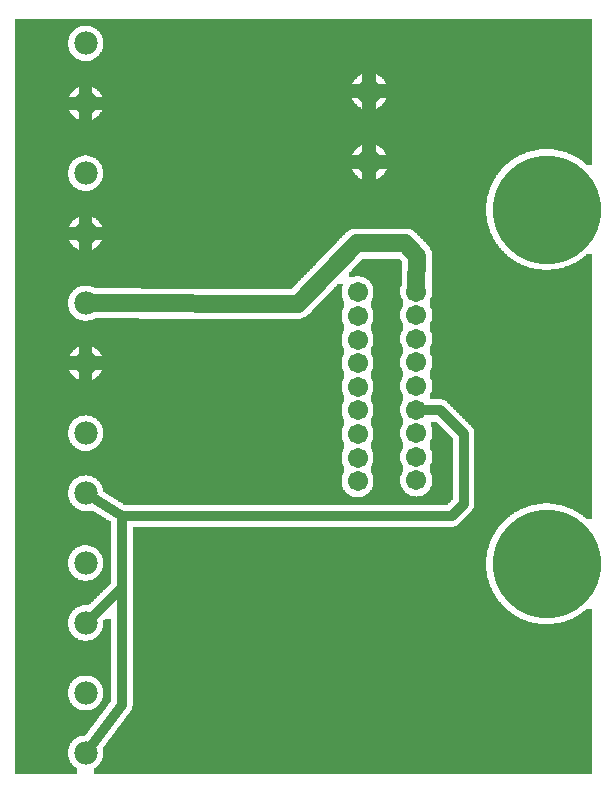
<source format=gbl>
G04 MADE WITH FRITZING*
G04 WWW.FRITZING.ORG*
G04 DOUBLE SIDED*
G04 HOLES PLATED*
G04 CONTOUR ON CENTER OF CONTOUR VECTOR*
%FSLAX26Y26*%
%MOIN*%
%ADD10C,0.075000*%
%ADD11C,0.362204*%
%ADD12C,0.067559*%
%ADD13C,0.083307*%
%ADD14C,0.078000*%
%ADD15C,0.060000*%
%ADD16C,0.032000*%
%ADD17C,0.000100*%
%G04COPPER0*%
%FSLAX26Y26*%
%MOIN*%
D10*
X410390Y2499243D03*
D11*
X1812860Y1921872D03*
X1812860Y740780D03*
D12*
X1182940Y1646286D03*
X1182940Y1567550D03*
X1182940Y1488810D03*
X1182940Y1410070D03*
X1182940Y1331320D03*
X1182940Y1252580D03*
X1182940Y1173840D03*
X1182940Y1095100D03*
X1182940Y1016360D03*
X1378910Y1649019D03*
X1378910Y1570280D03*
X1378910Y1491540D03*
X1378910Y1412800D03*
X1378910Y1334060D03*
X1378910Y1255320D03*
X1378910Y1176580D03*
X1378910Y1097840D03*
X1378910Y1019100D03*
D13*
X1222310Y2079352D03*
X1222310Y2315574D03*
D14*
X276552Y2042719D03*
X276552Y1842719D03*
X276552Y1609641D03*
X276552Y1409640D03*
X276552Y2475786D03*
X276552Y2275786D03*
X276552Y310430D03*
X276552Y110430D03*
X276552Y1176570D03*
X276552Y976570D03*
X276552Y743500D03*
X276552Y543500D03*
D15*
X1340750Y1809119D02*
X1380810Y1769056D01*
D02*
X1380810Y1769063D02*
X1379130Y1662799D01*
D02*
X985905Y1608808D02*
X1180500Y1809121D01*
D02*
X1180500Y1809119D02*
X1340750Y1809119D01*
D02*
X295552Y1609619D02*
X985906Y1608802D01*
D16*
D02*
X1536210Y940170D02*
X1536210Y1174830D01*
D02*
X1536210Y1174830D02*
X1456090Y1254960D01*
D02*
X1496150Y900110D02*
X1536210Y940170D01*
D02*
X1456090Y1254950D02*
X1392690Y1255250D01*
D02*
X397287Y900110D02*
X1496150Y900110D01*
D02*
X292604Y966410D02*
X397287Y900110D01*
D02*
X397287Y659740D02*
X290240Y556680D01*
D02*
X397287Y900110D02*
X397287Y659730D01*
D02*
X397287Y270550D02*
X287991Y125600D01*
D02*
X397287Y659740D02*
X397287Y270560D01*
D17*
G36*
X40000Y2558430D02*
X40000Y2534430D01*
X288000Y2534430D01*
X288000Y2532430D01*
X296000Y2532430D01*
X296000Y2530430D01*
X300000Y2530430D01*
X300000Y2528430D01*
X304000Y2528430D01*
X304000Y2526430D01*
X308000Y2526430D01*
X308000Y2524430D01*
X310000Y2524430D01*
X310000Y2522430D01*
X314000Y2522430D01*
X314000Y2520430D01*
X316000Y2520430D01*
X316000Y2518430D01*
X318000Y2518430D01*
X318000Y2516430D01*
X320000Y2516430D01*
X320000Y2514430D01*
X322000Y2514430D01*
X322000Y2512430D01*
X324000Y2512430D01*
X324000Y2508430D01*
X326000Y2508430D01*
X326000Y2506430D01*
X328000Y2506430D01*
X328000Y2502430D01*
X330000Y2502430D01*
X330000Y2498430D01*
X332000Y2498430D01*
X332000Y2492430D01*
X334000Y2492430D01*
X334000Y2482430D01*
X336000Y2482430D01*
X336000Y2468430D01*
X334000Y2468430D01*
X334000Y2458430D01*
X332000Y2458430D01*
X332000Y2452430D01*
X330000Y2452430D01*
X330000Y2448430D01*
X328000Y2448430D01*
X328000Y2446430D01*
X326000Y2446430D01*
X326000Y2442430D01*
X324000Y2442430D01*
X324000Y2440430D01*
X322000Y2440430D01*
X322000Y2438430D01*
X320000Y2438430D01*
X320000Y2434430D01*
X318000Y2434430D01*
X318000Y2432430D01*
X316000Y2432430D01*
X316000Y2430430D01*
X312000Y2430430D01*
X312000Y2428430D01*
X310000Y2428430D01*
X310000Y2426430D01*
X306000Y2426430D01*
X306000Y2424430D01*
X304000Y2424430D01*
X304000Y2422430D01*
X300000Y2422430D01*
X300000Y2420430D01*
X294000Y2420430D01*
X294000Y2418430D01*
X284000Y2418430D01*
X284000Y2416430D01*
X1966000Y2416430D01*
X1966000Y2558430D01*
X40000Y2558430D01*
G37*
D02*
G36*
X40000Y2534430D02*
X40000Y2416430D01*
X270000Y2416430D01*
X270000Y2418430D01*
X260000Y2418430D01*
X260000Y2420430D01*
X254000Y2420430D01*
X254000Y2422430D01*
X250000Y2422430D01*
X250000Y2424430D01*
X246000Y2424430D01*
X246000Y2426430D01*
X244000Y2426430D01*
X244000Y2428430D01*
X240000Y2428430D01*
X240000Y2430430D01*
X238000Y2430430D01*
X238000Y2432430D01*
X236000Y2432430D01*
X236000Y2434430D01*
X234000Y2434430D01*
X234000Y2436430D01*
X232000Y2436430D01*
X232000Y2438430D01*
X230000Y2438430D01*
X230000Y2440430D01*
X228000Y2440430D01*
X228000Y2444430D01*
X226000Y2444430D01*
X226000Y2446430D01*
X224000Y2446430D01*
X224000Y2450430D01*
X222000Y2450430D01*
X222000Y2456430D01*
X220000Y2456430D01*
X220000Y2464430D01*
X218000Y2464430D01*
X218000Y2488430D01*
X220000Y2488430D01*
X220000Y2494430D01*
X222000Y2494430D01*
X222000Y2500430D01*
X224000Y2500430D01*
X224000Y2504430D01*
X226000Y2504430D01*
X226000Y2508430D01*
X228000Y2508430D01*
X228000Y2510430D01*
X230000Y2510430D01*
X230000Y2512430D01*
X232000Y2512430D01*
X232000Y2514430D01*
X234000Y2514430D01*
X234000Y2518430D01*
X238000Y2518430D01*
X238000Y2520430D01*
X240000Y2520430D01*
X240000Y2522430D01*
X242000Y2522430D01*
X242000Y2524430D01*
X244000Y2524430D01*
X244000Y2526430D01*
X248000Y2526430D01*
X248000Y2528430D01*
X252000Y2528430D01*
X252000Y2530430D01*
X258000Y2530430D01*
X258000Y2532430D01*
X264000Y2532430D01*
X264000Y2534430D01*
X40000Y2534430D01*
G37*
D02*
G36*
X40000Y2416430D02*
X40000Y2414430D01*
X1966000Y2414430D01*
X1966000Y2416430D01*
X40000Y2416430D01*
G37*
D02*
G36*
X40000Y2416430D02*
X40000Y2414430D01*
X1966000Y2414430D01*
X1966000Y2416430D01*
X40000Y2416430D01*
G37*
D02*
G36*
X40000Y2414430D02*
X40000Y2376430D01*
X1236000Y2376430D01*
X1236000Y2374430D01*
X1244000Y2374430D01*
X1244000Y2372430D01*
X1248000Y2372430D01*
X1248000Y2370430D01*
X1252000Y2370430D01*
X1252000Y2368430D01*
X1256000Y2368430D01*
X1256000Y2366430D01*
X1258000Y2366430D01*
X1258000Y2364430D01*
X1260000Y2364430D01*
X1260000Y2362430D01*
X1264000Y2362430D01*
X1264000Y2360430D01*
X1266000Y2360430D01*
X1266000Y2358430D01*
X1268000Y2358430D01*
X1268000Y2356430D01*
X1270000Y2356430D01*
X1270000Y2352430D01*
X1272000Y2352430D01*
X1272000Y2350430D01*
X1274000Y2350430D01*
X1274000Y2346430D01*
X1276000Y2346430D01*
X1276000Y2344430D01*
X1278000Y2344430D01*
X1278000Y2340430D01*
X1280000Y2340430D01*
X1280000Y2334430D01*
X1282000Y2334430D01*
X1282000Y2324430D01*
X1284000Y2324430D01*
X1284000Y2306430D01*
X1282000Y2306430D01*
X1282000Y2296430D01*
X1280000Y2296430D01*
X1280000Y2292430D01*
X1278000Y2292430D01*
X1278000Y2286430D01*
X1276000Y2286430D01*
X1276000Y2284430D01*
X1274000Y2284430D01*
X1274000Y2280430D01*
X1272000Y2280430D01*
X1272000Y2278430D01*
X1270000Y2278430D01*
X1270000Y2276430D01*
X1268000Y2276430D01*
X1268000Y2272430D01*
X1266000Y2272430D01*
X1266000Y2270430D01*
X1264000Y2270430D01*
X1264000Y2268430D01*
X1260000Y2268430D01*
X1260000Y2266430D01*
X1258000Y2266430D01*
X1258000Y2264430D01*
X1254000Y2264430D01*
X1254000Y2262430D01*
X1252000Y2262430D01*
X1252000Y2260430D01*
X1248000Y2260430D01*
X1248000Y2258430D01*
X1242000Y2258430D01*
X1242000Y2256430D01*
X1236000Y2256430D01*
X1236000Y2254430D01*
X1966000Y2254430D01*
X1966000Y2414430D01*
X40000Y2414430D01*
G37*
D02*
G36*
X40000Y2376430D02*
X40000Y2334430D01*
X288000Y2334430D01*
X288000Y2332430D01*
X296000Y2332430D01*
X296000Y2330430D01*
X300000Y2330430D01*
X300000Y2328430D01*
X304000Y2328430D01*
X304000Y2326430D01*
X308000Y2326430D01*
X308000Y2324430D01*
X310000Y2324430D01*
X310000Y2322430D01*
X314000Y2322430D01*
X314000Y2320430D01*
X316000Y2320430D01*
X316000Y2318430D01*
X318000Y2318430D01*
X318000Y2316430D01*
X320000Y2316430D01*
X320000Y2314430D01*
X322000Y2314430D01*
X322000Y2312430D01*
X324000Y2312430D01*
X324000Y2308430D01*
X326000Y2308430D01*
X326000Y2306430D01*
X328000Y2306430D01*
X328000Y2302430D01*
X330000Y2302430D01*
X330000Y2298430D01*
X332000Y2298430D01*
X332000Y2292430D01*
X334000Y2292430D01*
X334000Y2282430D01*
X336000Y2282430D01*
X336000Y2268430D01*
X334000Y2268430D01*
X334000Y2258430D01*
X332000Y2258430D01*
X332000Y2254430D01*
X1210000Y2254430D01*
X1210000Y2256430D01*
X1202000Y2256430D01*
X1202000Y2258430D01*
X1196000Y2258430D01*
X1196000Y2260430D01*
X1194000Y2260430D01*
X1194000Y2262430D01*
X1190000Y2262430D01*
X1190000Y2264430D01*
X1186000Y2264430D01*
X1186000Y2266430D01*
X1184000Y2266430D01*
X1184000Y2268430D01*
X1182000Y2268430D01*
X1182000Y2270430D01*
X1180000Y2270430D01*
X1180000Y2272430D01*
X1178000Y2272430D01*
X1178000Y2274430D01*
X1176000Y2274430D01*
X1176000Y2276430D01*
X1174000Y2276430D01*
X1174000Y2278430D01*
X1172000Y2278430D01*
X1172000Y2282430D01*
X1170000Y2282430D01*
X1170000Y2284430D01*
X1168000Y2284430D01*
X1168000Y2288430D01*
X1166000Y2288430D01*
X1166000Y2292430D01*
X1164000Y2292430D01*
X1164000Y2298430D01*
X1162000Y2298430D01*
X1162000Y2310430D01*
X1160000Y2310430D01*
X1160000Y2320430D01*
X1162000Y2320430D01*
X1162000Y2332430D01*
X1164000Y2332430D01*
X1164000Y2338430D01*
X1166000Y2338430D01*
X1166000Y2342430D01*
X1168000Y2342430D01*
X1168000Y2346430D01*
X1170000Y2346430D01*
X1170000Y2350430D01*
X1172000Y2350430D01*
X1172000Y2352430D01*
X1174000Y2352430D01*
X1174000Y2354430D01*
X1176000Y2354430D01*
X1176000Y2356430D01*
X1178000Y2356430D01*
X1178000Y2358430D01*
X1180000Y2358430D01*
X1180000Y2360430D01*
X1182000Y2360430D01*
X1182000Y2362430D01*
X1184000Y2362430D01*
X1184000Y2364430D01*
X1186000Y2364430D01*
X1186000Y2366430D01*
X1190000Y2366430D01*
X1190000Y2368430D01*
X1192000Y2368430D01*
X1192000Y2370430D01*
X1196000Y2370430D01*
X1196000Y2372430D01*
X1202000Y2372430D01*
X1202000Y2374430D01*
X1208000Y2374430D01*
X1208000Y2376430D01*
X40000Y2376430D01*
G37*
D02*
G36*
X40000Y2334430D02*
X40000Y2216430D01*
X270000Y2216430D01*
X270000Y2218430D01*
X260000Y2218430D01*
X260000Y2220430D01*
X254000Y2220430D01*
X254000Y2222430D01*
X250000Y2222430D01*
X250000Y2224430D01*
X246000Y2224430D01*
X246000Y2226430D01*
X244000Y2226430D01*
X244000Y2228430D01*
X240000Y2228430D01*
X240000Y2230430D01*
X238000Y2230430D01*
X238000Y2232430D01*
X236000Y2232430D01*
X236000Y2234430D01*
X234000Y2234430D01*
X234000Y2236430D01*
X232000Y2236430D01*
X232000Y2238430D01*
X230000Y2238430D01*
X230000Y2240430D01*
X228000Y2240430D01*
X228000Y2244430D01*
X226000Y2244430D01*
X226000Y2246430D01*
X224000Y2246430D01*
X224000Y2250430D01*
X222000Y2250430D01*
X222000Y2256430D01*
X220000Y2256430D01*
X220000Y2264430D01*
X218000Y2264430D01*
X218000Y2288430D01*
X220000Y2288430D01*
X220000Y2294430D01*
X222000Y2294430D01*
X222000Y2300430D01*
X224000Y2300430D01*
X224000Y2304430D01*
X226000Y2304430D01*
X226000Y2308430D01*
X228000Y2308430D01*
X228000Y2310430D01*
X230000Y2310430D01*
X230000Y2312430D01*
X232000Y2312430D01*
X232000Y2314430D01*
X234000Y2314430D01*
X234000Y2318430D01*
X238000Y2318430D01*
X238000Y2320430D01*
X240000Y2320430D01*
X240000Y2322430D01*
X242000Y2322430D01*
X242000Y2324430D01*
X244000Y2324430D01*
X244000Y2326430D01*
X248000Y2326430D01*
X248000Y2328430D01*
X252000Y2328430D01*
X252000Y2330430D01*
X258000Y2330430D01*
X258000Y2332430D01*
X264000Y2332430D01*
X264000Y2334430D01*
X40000Y2334430D01*
G37*
D02*
G36*
X332000Y2254430D02*
X332000Y2252430D01*
X1966000Y2252430D01*
X1966000Y2254430D01*
X332000Y2254430D01*
G37*
D02*
G36*
X332000Y2254430D02*
X332000Y2252430D01*
X1966000Y2252430D01*
X1966000Y2254430D01*
X332000Y2254430D01*
G37*
D02*
G36*
X330000Y2252430D02*
X330000Y2248430D01*
X328000Y2248430D01*
X328000Y2246430D01*
X326000Y2246430D01*
X326000Y2242430D01*
X324000Y2242430D01*
X324000Y2240430D01*
X322000Y2240430D01*
X322000Y2238430D01*
X320000Y2238430D01*
X320000Y2234430D01*
X318000Y2234430D01*
X318000Y2232430D01*
X316000Y2232430D01*
X316000Y2230430D01*
X312000Y2230430D01*
X312000Y2228430D01*
X310000Y2228430D01*
X310000Y2226430D01*
X306000Y2226430D01*
X306000Y2224430D01*
X304000Y2224430D01*
X304000Y2222430D01*
X300000Y2222430D01*
X300000Y2220430D01*
X294000Y2220430D01*
X294000Y2218430D01*
X284000Y2218430D01*
X284000Y2216430D01*
X1966000Y2216430D01*
X1966000Y2252430D01*
X330000Y2252430D01*
G37*
D02*
G36*
X40000Y2216430D02*
X40000Y2214430D01*
X1966000Y2214430D01*
X1966000Y2216430D01*
X40000Y2216430D01*
G37*
D02*
G36*
X40000Y2216430D02*
X40000Y2214430D01*
X1966000Y2214430D01*
X1966000Y2216430D01*
X40000Y2216430D01*
G37*
D02*
G36*
X40000Y2214430D02*
X40000Y2140430D01*
X1236000Y2140430D01*
X1236000Y2138430D01*
X1242000Y2138430D01*
X1242000Y2136430D01*
X1248000Y2136430D01*
X1248000Y2134430D01*
X1252000Y2134430D01*
X1252000Y2132430D01*
X1254000Y2132430D01*
X1254000Y2130430D01*
X1258000Y2130430D01*
X1258000Y2128430D01*
X1260000Y2128430D01*
X1260000Y2126430D01*
X1264000Y2126430D01*
X1264000Y2124430D01*
X1266000Y2124430D01*
X1266000Y2122430D01*
X1838000Y2122430D01*
X1838000Y2120430D01*
X1850000Y2120430D01*
X1850000Y2118430D01*
X1860000Y2118430D01*
X1860000Y2116430D01*
X1868000Y2116430D01*
X1868000Y2114430D01*
X1874000Y2114430D01*
X1874000Y2112430D01*
X1880000Y2112430D01*
X1880000Y2110430D01*
X1884000Y2110430D01*
X1884000Y2108430D01*
X1890000Y2108430D01*
X1890000Y2106430D01*
X1894000Y2106430D01*
X1894000Y2104430D01*
X1898000Y2104430D01*
X1898000Y2102430D01*
X1902000Y2102430D01*
X1902000Y2100430D01*
X1908000Y2100430D01*
X1908000Y2098430D01*
X1910000Y2098430D01*
X1910000Y2096430D01*
X1914000Y2096430D01*
X1914000Y2094430D01*
X1918000Y2094430D01*
X1918000Y2092430D01*
X1920000Y2092430D01*
X1920000Y2090430D01*
X1924000Y2090430D01*
X1924000Y2088430D01*
X1926000Y2088430D01*
X1926000Y2086430D01*
X1930000Y2086430D01*
X1930000Y2084430D01*
X1932000Y2084430D01*
X1932000Y2082430D01*
X1934000Y2082430D01*
X1934000Y2080430D01*
X1938000Y2080430D01*
X1938000Y2078430D01*
X1940000Y2078430D01*
X1940000Y2076430D01*
X1942000Y2076430D01*
X1942000Y2074430D01*
X1944000Y2074430D01*
X1944000Y2072430D01*
X1946000Y2072430D01*
X1946000Y2070430D01*
X1966000Y2070430D01*
X1966000Y2214430D01*
X40000Y2214430D01*
G37*
D02*
G36*
X40000Y2140430D02*
X40000Y2102430D01*
X282000Y2102430D01*
X282000Y2100430D01*
X292000Y2100430D01*
X292000Y2098430D01*
X298000Y2098430D01*
X298000Y2096430D01*
X302000Y2096430D01*
X302000Y2094430D01*
X306000Y2094430D01*
X306000Y2092430D01*
X310000Y2092430D01*
X310000Y2090430D01*
X312000Y2090430D01*
X312000Y2088430D01*
X314000Y2088430D01*
X314000Y2086430D01*
X318000Y2086430D01*
X318000Y2084430D01*
X320000Y2084430D01*
X320000Y2080430D01*
X322000Y2080430D01*
X322000Y2078430D01*
X324000Y2078430D01*
X324000Y2076430D01*
X326000Y2076430D01*
X326000Y2072430D01*
X328000Y2072430D01*
X328000Y2070430D01*
X330000Y2070430D01*
X330000Y2064430D01*
X332000Y2064430D01*
X332000Y2058430D01*
X334000Y2058430D01*
X334000Y2050430D01*
X336000Y2050430D01*
X336000Y2036430D01*
X334000Y2036430D01*
X334000Y2026430D01*
X332000Y2026430D01*
X332000Y2020430D01*
X330000Y2020430D01*
X330000Y2018430D01*
X1208000Y2018430D01*
X1208000Y2020430D01*
X1202000Y2020430D01*
X1202000Y2022430D01*
X1196000Y2022430D01*
X1196000Y2024430D01*
X1192000Y2024430D01*
X1192000Y2026430D01*
X1190000Y2026430D01*
X1190000Y2028430D01*
X1186000Y2028430D01*
X1186000Y2030430D01*
X1184000Y2030430D01*
X1184000Y2032430D01*
X1182000Y2032430D01*
X1182000Y2034430D01*
X1180000Y2034430D01*
X1180000Y2036430D01*
X1178000Y2036430D01*
X1178000Y2038430D01*
X1176000Y2038430D01*
X1176000Y2040430D01*
X1174000Y2040430D01*
X1174000Y2042430D01*
X1172000Y2042430D01*
X1172000Y2046430D01*
X1170000Y2046430D01*
X1170000Y2048430D01*
X1168000Y2048430D01*
X1168000Y2052430D01*
X1166000Y2052430D01*
X1166000Y2056430D01*
X1164000Y2056430D01*
X1164000Y2062430D01*
X1162000Y2062430D01*
X1162000Y2074430D01*
X1160000Y2074430D01*
X1160000Y2084430D01*
X1162000Y2084430D01*
X1162000Y2096430D01*
X1164000Y2096430D01*
X1164000Y2102430D01*
X1166000Y2102430D01*
X1166000Y2106430D01*
X1168000Y2106430D01*
X1168000Y2110430D01*
X1170000Y2110430D01*
X1170000Y2112430D01*
X1172000Y2112430D01*
X1172000Y2116430D01*
X1174000Y2116430D01*
X1174000Y2118430D01*
X1176000Y2118430D01*
X1176000Y2120430D01*
X1178000Y2120430D01*
X1178000Y2122430D01*
X1180000Y2122430D01*
X1180000Y2124430D01*
X1182000Y2124430D01*
X1182000Y2126430D01*
X1184000Y2126430D01*
X1184000Y2128430D01*
X1186000Y2128430D01*
X1186000Y2130430D01*
X1190000Y2130430D01*
X1190000Y2132430D01*
X1192000Y2132430D01*
X1192000Y2134430D01*
X1196000Y2134430D01*
X1196000Y2136430D01*
X1202000Y2136430D01*
X1202000Y2138430D01*
X1210000Y2138430D01*
X1210000Y2140430D01*
X40000Y2140430D01*
G37*
D02*
G36*
X1268000Y2122430D02*
X1268000Y2120430D01*
X1270000Y2120430D01*
X1270000Y2116430D01*
X1272000Y2116430D01*
X1272000Y2114430D01*
X1274000Y2114430D01*
X1274000Y2110430D01*
X1276000Y2110430D01*
X1276000Y2108430D01*
X1278000Y2108430D01*
X1278000Y2104430D01*
X1280000Y2104430D01*
X1280000Y2098430D01*
X1282000Y2098430D01*
X1282000Y2088430D01*
X1284000Y2088430D01*
X1284000Y2070430D01*
X1282000Y2070430D01*
X1282000Y2060430D01*
X1280000Y2060430D01*
X1280000Y2054430D01*
X1278000Y2054430D01*
X1278000Y2050430D01*
X1276000Y2050430D01*
X1276000Y2048430D01*
X1274000Y2048430D01*
X1274000Y2044430D01*
X1272000Y2044430D01*
X1272000Y2042430D01*
X1270000Y2042430D01*
X1270000Y2038430D01*
X1268000Y2038430D01*
X1268000Y2036430D01*
X1266000Y2036430D01*
X1266000Y2034430D01*
X1264000Y2034430D01*
X1264000Y2032430D01*
X1260000Y2032430D01*
X1260000Y2030430D01*
X1258000Y2030430D01*
X1258000Y2028430D01*
X1256000Y2028430D01*
X1256000Y2026430D01*
X1252000Y2026430D01*
X1252000Y2024430D01*
X1248000Y2024430D01*
X1248000Y2022430D01*
X1244000Y2022430D01*
X1244000Y2020430D01*
X1236000Y2020430D01*
X1236000Y2018430D01*
X1638000Y2018430D01*
X1638000Y2022430D01*
X1640000Y2022430D01*
X1640000Y2026430D01*
X1642000Y2026430D01*
X1642000Y2028430D01*
X1644000Y2028430D01*
X1644000Y2032430D01*
X1646000Y2032430D01*
X1646000Y2036430D01*
X1648000Y2036430D01*
X1648000Y2038430D01*
X1650000Y2038430D01*
X1650000Y2040430D01*
X1652000Y2040430D01*
X1652000Y2044430D01*
X1654000Y2044430D01*
X1654000Y2046430D01*
X1656000Y2046430D01*
X1656000Y2048430D01*
X1658000Y2048430D01*
X1658000Y2050430D01*
X1660000Y2050430D01*
X1660000Y2052430D01*
X1662000Y2052430D01*
X1662000Y2056430D01*
X1664000Y2056430D01*
X1664000Y2058430D01*
X1666000Y2058430D01*
X1666000Y2060430D01*
X1668000Y2060430D01*
X1668000Y2062430D01*
X1670000Y2062430D01*
X1670000Y2064430D01*
X1672000Y2064430D01*
X1672000Y2066430D01*
X1674000Y2066430D01*
X1674000Y2068430D01*
X1676000Y2068430D01*
X1676000Y2070430D01*
X1678000Y2070430D01*
X1678000Y2072430D01*
X1682000Y2072430D01*
X1682000Y2074430D01*
X1684000Y2074430D01*
X1684000Y2076430D01*
X1686000Y2076430D01*
X1686000Y2078430D01*
X1688000Y2078430D01*
X1688000Y2080430D01*
X1690000Y2080430D01*
X1690000Y2082430D01*
X1694000Y2082430D01*
X1694000Y2084430D01*
X1696000Y2084430D01*
X1696000Y2086430D01*
X1698000Y2086430D01*
X1698000Y2088430D01*
X1702000Y2088430D01*
X1702000Y2090430D01*
X1706000Y2090430D01*
X1706000Y2092430D01*
X1708000Y2092430D01*
X1708000Y2094430D01*
X1712000Y2094430D01*
X1712000Y2096430D01*
X1716000Y2096430D01*
X1716000Y2098430D01*
X1718000Y2098430D01*
X1718000Y2100430D01*
X1722000Y2100430D01*
X1722000Y2102430D01*
X1726000Y2102430D01*
X1726000Y2104430D01*
X1732000Y2104430D01*
X1732000Y2106430D01*
X1736000Y2106430D01*
X1736000Y2108430D01*
X1740000Y2108430D01*
X1740000Y2110430D01*
X1746000Y2110430D01*
X1746000Y2112430D01*
X1752000Y2112430D01*
X1752000Y2114430D01*
X1758000Y2114430D01*
X1758000Y2116430D01*
X1766000Y2116430D01*
X1766000Y2118430D01*
X1776000Y2118430D01*
X1776000Y2120430D01*
X1788000Y2120430D01*
X1788000Y2122430D01*
X1268000Y2122430D01*
G37*
D02*
G36*
X40000Y2102430D02*
X40000Y1984430D01*
X264000Y1984430D01*
X264000Y1986430D01*
X256000Y1986430D01*
X256000Y1988430D01*
X252000Y1988430D01*
X252000Y1990430D01*
X248000Y1990430D01*
X248000Y1992430D01*
X244000Y1992430D01*
X244000Y1994430D01*
X242000Y1994430D01*
X242000Y1996430D01*
X240000Y1996430D01*
X240000Y1998430D01*
X236000Y1998430D01*
X236000Y2000430D01*
X234000Y2000430D01*
X234000Y2002430D01*
X232000Y2002430D01*
X232000Y2006430D01*
X230000Y2006430D01*
X230000Y2008430D01*
X228000Y2008430D01*
X228000Y2010430D01*
X226000Y2010430D01*
X226000Y2014430D01*
X224000Y2014430D01*
X224000Y2018430D01*
X222000Y2018430D01*
X222000Y2022430D01*
X220000Y2022430D01*
X220000Y2030430D01*
X218000Y2030430D01*
X218000Y2054430D01*
X220000Y2054430D01*
X220000Y2062430D01*
X222000Y2062430D01*
X222000Y2066430D01*
X224000Y2066430D01*
X224000Y2070430D01*
X226000Y2070430D01*
X226000Y2074430D01*
X228000Y2074430D01*
X228000Y2076430D01*
X230000Y2076430D01*
X230000Y2080430D01*
X232000Y2080430D01*
X232000Y2082430D01*
X234000Y2082430D01*
X234000Y2084430D01*
X236000Y2084430D01*
X236000Y2086430D01*
X238000Y2086430D01*
X238000Y2088430D01*
X242000Y2088430D01*
X242000Y2090430D01*
X244000Y2090430D01*
X244000Y2092430D01*
X246000Y2092430D01*
X246000Y2094430D01*
X250000Y2094430D01*
X250000Y2096430D01*
X254000Y2096430D01*
X254000Y2098430D01*
X260000Y2098430D01*
X260000Y2100430D01*
X272000Y2100430D01*
X272000Y2102430D01*
X40000Y2102430D01*
G37*
D02*
G36*
X330000Y2018430D02*
X330000Y2016430D01*
X1636000Y2016430D01*
X1636000Y2018430D01*
X330000Y2018430D01*
G37*
D02*
G36*
X330000Y2018430D02*
X330000Y2016430D01*
X1636000Y2016430D01*
X1636000Y2018430D01*
X330000Y2018430D01*
G37*
D02*
G36*
X328000Y2016430D02*
X328000Y2012430D01*
X326000Y2012430D01*
X326000Y2008430D01*
X324000Y2008430D01*
X324000Y2006430D01*
X322000Y2006430D01*
X322000Y2004430D01*
X320000Y2004430D01*
X320000Y2002430D01*
X318000Y2002430D01*
X318000Y2000430D01*
X316000Y2000430D01*
X316000Y1998430D01*
X314000Y1998430D01*
X314000Y1996430D01*
X312000Y1996430D01*
X312000Y1994430D01*
X308000Y1994430D01*
X308000Y1992430D01*
X306000Y1992430D01*
X306000Y1990430D01*
X302000Y1990430D01*
X302000Y1988430D01*
X296000Y1988430D01*
X296000Y1986430D01*
X290000Y1986430D01*
X290000Y1984430D01*
X1622000Y1984430D01*
X1622000Y1988430D01*
X1624000Y1988430D01*
X1624000Y1992430D01*
X1626000Y1992430D01*
X1626000Y1998430D01*
X1628000Y1998430D01*
X1628000Y2002430D01*
X1630000Y2002430D01*
X1630000Y2006430D01*
X1632000Y2006430D01*
X1632000Y2010430D01*
X1634000Y2010430D01*
X1634000Y2014430D01*
X1636000Y2014430D01*
X1636000Y2016430D01*
X328000Y2016430D01*
G37*
D02*
G36*
X40000Y1984430D02*
X40000Y1982430D01*
X1622000Y1982430D01*
X1622000Y1984430D01*
X40000Y1984430D01*
G37*
D02*
G36*
X40000Y1984430D02*
X40000Y1982430D01*
X1622000Y1982430D01*
X1622000Y1984430D01*
X40000Y1984430D01*
G37*
D02*
G36*
X40000Y1982430D02*
X40000Y1902430D01*
X282000Y1902430D01*
X282000Y1900430D01*
X292000Y1900430D01*
X292000Y1898430D01*
X298000Y1898430D01*
X298000Y1896430D01*
X302000Y1896430D01*
X302000Y1894430D01*
X306000Y1894430D01*
X306000Y1892430D01*
X310000Y1892430D01*
X310000Y1890430D01*
X312000Y1890430D01*
X312000Y1888430D01*
X314000Y1888430D01*
X314000Y1886430D01*
X318000Y1886430D01*
X318000Y1884430D01*
X320000Y1884430D01*
X320000Y1880430D01*
X322000Y1880430D01*
X322000Y1878430D01*
X324000Y1878430D01*
X324000Y1876430D01*
X326000Y1876430D01*
X326000Y1872430D01*
X328000Y1872430D01*
X328000Y1870430D01*
X330000Y1870430D01*
X330000Y1864430D01*
X332000Y1864430D01*
X332000Y1858430D01*
X1354000Y1858430D01*
X1354000Y1856430D01*
X1360000Y1856430D01*
X1360000Y1854430D01*
X1364000Y1854430D01*
X1364000Y1852430D01*
X1368000Y1852430D01*
X1368000Y1850430D01*
X1370000Y1850430D01*
X1370000Y1848430D01*
X1372000Y1848430D01*
X1372000Y1846430D01*
X1374000Y1846430D01*
X1374000Y1844430D01*
X1378000Y1844430D01*
X1378000Y1842430D01*
X1380000Y1842430D01*
X1380000Y1840430D01*
X1382000Y1840430D01*
X1382000Y1838430D01*
X1384000Y1838430D01*
X1384000Y1836430D01*
X1386000Y1836430D01*
X1386000Y1834430D01*
X1388000Y1834430D01*
X1388000Y1832430D01*
X1390000Y1832430D01*
X1390000Y1830430D01*
X1392000Y1830430D01*
X1392000Y1828430D01*
X1394000Y1828430D01*
X1394000Y1826430D01*
X1396000Y1826430D01*
X1396000Y1824430D01*
X1398000Y1824430D01*
X1398000Y1822430D01*
X1400000Y1822430D01*
X1400000Y1820430D01*
X1402000Y1820430D01*
X1402000Y1818430D01*
X1404000Y1818430D01*
X1404000Y1816430D01*
X1406000Y1816430D01*
X1406000Y1814430D01*
X1408000Y1814430D01*
X1408000Y1812430D01*
X1410000Y1812430D01*
X1410000Y1810430D01*
X1412000Y1810430D01*
X1412000Y1808430D01*
X1414000Y1808430D01*
X1414000Y1806430D01*
X1416000Y1806430D01*
X1416000Y1804430D01*
X1418000Y1804430D01*
X1418000Y1800430D01*
X1420000Y1800430D01*
X1420000Y1798430D01*
X1422000Y1798430D01*
X1422000Y1796430D01*
X1424000Y1796430D01*
X1424000Y1792430D01*
X1426000Y1792430D01*
X1426000Y1788430D01*
X1428000Y1788430D01*
X1428000Y1782430D01*
X1430000Y1782430D01*
X1430000Y1720430D01*
X1798000Y1720430D01*
X1798000Y1722430D01*
X1780000Y1722430D01*
X1780000Y1724430D01*
X1770000Y1724430D01*
X1770000Y1726430D01*
X1762000Y1726430D01*
X1762000Y1728430D01*
X1754000Y1728430D01*
X1754000Y1730430D01*
X1748000Y1730430D01*
X1748000Y1732430D01*
X1744000Y1732430D01*
X1744000Y1734430D01*
X1738000Y1734430D01*
X1738000Y1736430D01*
X1732000Y1736430D01*
X1732000Y1738430D01*
X1728000Y1738430D01*
X1728000Y1740430D01*
X1724000Y1740430D01*
X1724000Y1742430D01*
X1720000Y1742430D01*
X1720000Y1744430D01*
X1716000Y1744430D01*
X1716000Y1746430D01*
X1714000Y1746430D01*
X1714000Y1748430D01*
X1710000Y1748430D01*
X1710000Y1750430D01*
X1706000Y1750430D01*
X1706000Y1752430D01*
X1704000Y1752430D01*
X1704000Y1754430D01*
X1700000Y1754430D01*
X1700000Y1756430D01*
X1698000Y1756430D01*
X1698000Y1758430D01*
X1694000Y1758430D01*
X1694000Y1760430D01*
X1692000Y1760430D01*
X1692000Y1762430D01*
X1690000Y1762430D01*
X1690000Y1764430D01*
X1686000Y1764430D01*
X1686000Y1766430D01*
X1684000Y1766430D01*
X1684000Y1768430D01*
X1682000Y1768430D01*
X1682000Y1770430D01*
X1680000Y1770430D01*
X1680000Y1772430D01*
X1678000Y1772430D01*
X1678000Y1774430D01*
X1676000Y1774430D01*
X1676000Y1776430D01*
X1674000Y1776430D01*
X1674000Y1778430D01*
X1670000Y1778430D01*
X1670000Y1782430D01*
X1668000Y1782430D01*
X1668000Y1784430D01*
X1666000Y1784430D01*
X1666000Y1786430D01*
X1664000Y1786430D01*
X1664000Y1788430D01*
X1662000Y1788430D01*
X1662000Y1790430D01*
X1660000Y1790430D01*
X1660000Y1792430D01*
X1658000Y1792430D01*
X1658000Y1794430D01*
X1656000Y1794430D01*
X1656000Y1798430D01*
X1654000Y1798430D01*
X1654000Y1800430D01*
X1652000Y1800430D01*
X1652000Y1802430D01*
X1650000Y1802430D01*
X1650000Y1806430D01*
X1648000Y1806430D01*
X1648000Y1808430D01*
X1646000Y1808430D01*
X1646000Y1810430D01*
X1644000Y1810430D01*
X1644000Y1814430D01*
X1642000Y1814430D01*
X1642000Y1818430D01*
X1640000Y1818430D01*
X1640000Y1820430D01*
X1638000Y1820430D01*
X1638000Y1824430D01*
X1636000Y1824430D01*
X1636000Y1828430D01*
X1634000Y1828430D01*
X1634000Y1832430D01*
X1632000Y1832430D01*
X1632000Y1836430D01*
X1630000Y1836430D01*
X1630000Y1840430D01*
X1628000Y1840430D01*
X1628000Y1844430D01*
X1626000Y1844430D01*
X1626000Y1850430D01*
X1624000Y1850430D01*
X1624000Y1856430D01*
X1622000Y1856430D01*
X1622000Y1862430D01*
X1620000Y1862430D01*
X1620000Y1868430D01*
X1618000Y1868430D01*
X1618000Y1876430D01*
X1616000Y1876430D01*
X1616000Y1886430D01*
X1614000Y1886430D01*
X1614000Y1900430D01*
X1612000Y1900430D01*
X1612000Y1944430D01*
X1614000Y1944430D01*
X1614000Y1958430D01*
X1616000Y1958430D01*
X1616000Y1966430D01*
X1618000Y1966430D01*
X1618000Y1974430D01*
X1620000Y1974430D01*
X1620000Y1982430D01*
X40000Y1982430D01*
G37*
D02*
G36*
X40000Y1902430D02*
X40000Y1784430D01*
X264000Y1784430D01*
X264000Y1786430D01*
X256000Y1786430D01*
X256000Y1788430D01*
X252000Y1788430D01*
X252000Y1790430D01*
X248000Y1790430D01*
X248000Y1792430D01*
X244000Y1792430D01*
X244000Y1794430D01*
X242000Y1794430D01*
X242000Y1796430D01*
X240000Y1796430D01*
X240000Y1798430D01*
X236000Y1798430D01*
X236000Y1800430D01*
X234000Y1800430D01*
X234000Y1802430D01*
X232000Y1802430D01*
X232000Y1806430D01*
X230000Y1806430D01*
X230000Y1808430D01*
X228000Y1808430D01*
X228000Y1810430D01*
X226000Y1810430D01*
X226000Y1814430D01*
X224000Y1814430D01*
X224000Y1818430D01*
X222000Y1818430D01*
X222000Y1822430D01*
X220000Y1822430D01*
X220000Y1830430D01*
X218000Y1830430D01*
X218000Y1854430D01*
X220000Y1854430D01*
X220000Y1862430D01*
X222000Y1862430D01*
X222000Y1866430D01*
X224000Y1866430D01*
X224000Y1870430D01*
X226000Y1870430D01*
X226000Y1874430D01*
X228000Y1874430D01*
X228000Y1876430D01*
X230000Y1876430D01*
X230000Y1880430D01*
X232000Y1880430D01*
X232000Y1882430D01*
X234000Y1882430D01*
X234000Y1884430D01*
X236000Y1884430D01*
X236000Y1886430D01*
X238000Y1886430D01*
X238000Y1888430D01*
X242000Y1888430D01*
X242000Y1890430D01*
X244000Y1890430D01*
X244000Y1892430D01*
X246000Y1892430D01*
X246000Y1894430D01*
X250000Y1894430D01*
X250000Y1896430D01*
X254000Y1896430D01*
X254000Y1898430D01*
X260000Y1898430D01*
X260000Y1900430D01*
X272000Y1900430D01*
X272000Y1902430D01*
X40000Y1902430D01*
G37*
D02*
G36*
X334000Y1858430D02*
X334000Y1850430D01*
X336000Y1850430D01*
X336000Y1836430D01*
X334000Y1836430D01*
X334000Y1826430D01*
X332000Y1826430D01*
X332000Y1820430D01*
X330000Y1820430D01*
X330000Y1816430D01*
X328000Y1816430D01*
X328000Y1812430D01*
X326000Y1812430D01*
X326000Y1808430D01*
X324000Y1808430D01*
X324000Y1806430D01*
X322000Y1806430D01*
X322000Y1804430D01*
X320000Y1804430D01*
X320000Y1802430D01*
X318000Y1802430D01*
X318000Y1800430D01*
X316000Y1800430D01*
X316000Y1798430D01*
X314000Y1798430D01*
X314000Y1796430D01*
X312000Y1796430D01*
X312000Y1794430D01*
X308000Y1794430D01*
X308000Y1792430D01*
X306000Y1792430D01*
X306000Y1790430D01*
X302000Y1790430D01*
X302000Y1788430D01*
X296000Y1788430D01*
X296000Y1786430D01*
X290000Y1786430D01*
X290000Y1784430D01*
X1088000Y1784430D01*
X1088000Y1786430D01*
X1090000Y1786430D01*
X1090000Y1788430D01*
X1092000Y1788430D01*
X1092000Y1790430D01*
X1094000Y1790430D01*
X1094000Y1792430D01*
X1096000Y1792430D01*
X1096000Y1794430D01*
X1098000Y1794430D01*
X1098000Y1796430D01*
X1100000Y1796430D01*
X1100000Y1798430D01*
X1102000Y1798430D01*
X1102000Y1800430D01*
X1104000Y1800430D01*
X1104000Y1802430D01*
X1106000Y1802430D01*
X1106000Y1804430D01*
X1108000Y1804430D01*
X1108000Y1806430D01*
X1110000Y1806430D01*
X1110000Y1808430D01*
X1112000Y1808430D01*
X1112000Y1810430D01*
X1114000Y1810430D01*
X1114000Y1814430D01*
X1116000Y1814430D01*
X1116000Y1816430D01*
X1118000Y1816430D01*
X1118000Y1818430D01*
X1120000Y1818430D01*
X1120000Y1820430D01*
X1122000Y1820430D01*
X1122000Y1822430D01*
X1124000Y1822430D01*
X1124000Y1824430D01*
X1126000Y1824430D01*
X1126000Y1826430D01*
X1128000Y1826430D01*
X1128000Y1828430D01*
X1130000Y1828430D01*
X1130000Y1830430D01*
X1132000Y1830430D01*
X1132000Y1832430D01*
X1134000Y1832430D01*
X1134000Y1834430D01*
X1136000Y1834430D01*
X1136000Y1836430D01*
X1138000Y1836430D01*
X1138000Y1838430D01*
X1140000Y1838430D01*
X1140000Y1840430D01*
X1142000Y1840430D01*
X1142000Y1842430D01*
X1144000Y1842430D01*
X1144000Y1844430D01*
X1146000Y1844430D01*
X1146000Y1846430D01*
X1148000Y1846430D01*
X1148000Y1848430D01*
X1152000Y1848430D01*
X1152000Y1850430D01*
X1154000Y1850430D01*
X1154000Y1852430D01*
X1158000Y1852430D01*
X1158000Y1854430D01*
X1162000Y1854430D01*
X1162000Y1856430D01*
X1168000Y1856430D01*
X1168000Y1858430D01*
X334000Y1858430D01*
G37*
D02*
G36*
X40000Y1784430D02*
X40000Y1782430D01*
X1086000Y1782430D01*
X1086000Y1784430D01*
X40000Y1784430D01*
G37*
D02*
G36*
X40000Y1784430D02*
X40000Y1782430D01*
X1086000Y1782430D01*
X1086000Y1784430D01*
X40000Y1784430D01*
G37*
D02*
G36*
X40000Y1782430D02*
X40000Y1668430D01*
X288000Y1668430D01*
X288000Y1666430D01*
X296000Y1666430D01*
X296000Y1664430D01*
X300000Y1664430D01*
X300000Y1662430D01*
X304000Y1662430D01*
X304000Y1660430D01*
X462000Y1660430D01*
X462000Y1658430D01*
X966000Y1658430D01*
X966000Y1660430D01*
X968000Y1660430D01*
X968000Y1662430D01*
X970000Y1662430D01*
X970000Y1664430D01*
X972000Y1664430D01*
X972000Y1666430D01*
X974000Y1666430D01*
X974000Y1668430D01*
X976000Y1668430D01*
X976000Y1670430D01*
X978000Y1670430D01*
X978000Y1674430D01*
X980000Y1674430D01*
X980000Y1676430D01*
X982000Y1676430D01*
X982000Y1678430D01*
X984000Y1678430D01*
X984000Y1680430D01*
X986000Y1680430D01*
X986000Y1682430D01*
X988000Y1682430D01*
X988000Y1684430D01*
X990000Y1684430D01*
X990000Y1686430D01*
X992000Y1686430D01*
X992000Y1688430D01*
X994000Y1688430D01*
X994000Y1690430D01*
X996000Y1690430D01*
X996000Y1692430D01*
X998000Y1692430D01*
X998000Y1694430D01*
X1000000Y1694430D01*
X1000000Y1696430D01*
X1002000Y1696430D01*
X1002000Y1698430D01*
X1004000Y1698430D01*
X1004000Y1700430D01*
X1006000Y1700430D01*
X1006000Y1702430D01*
X1008000Y1702430D01*
X1008000Y1704430D01*
X1010000Y1704430D01*
X1010000Y1706430D01*
X1012000Y1706430D01*
X1012000Y1708430D01*
X1014000Y1708430D01*
X1014000Y1710430D01*
X1016000Y1710430D01*
X1016000Y1712430D01*
X1018000Y1712430D01*
X1018000Y1714430D01*
X1020000Y1714430D01*
X1020000Y1716430D01*
X1022000Y1716430D01*
X1022000Y1718430D01*
X1024000Y1718430D01*
X1024000Y1720430D01*
X1026000Y1720430D01*
X1026000Y1722430D01*
X1028000Y1722430D01*
X1028000Y1724430D01*
X1030000Y1724430D01*
X1030000Y1726430D01*
X1032000Y1726430D01*
X1032000Y1728430D01*
X1034000Y1728430D01*
X1034000Y1730430D01*
X1036000Y1730430D01*
X1036000Y1732430D01*
X1038000Y1732430D01*
X1038000Y1734430D01*
X1040000Y1734430D01*
X1040000Y1736430D01*
X1042000Y1736430D01*
X1042000Y1738430D01*
X1044000Y1738430D01*
X1044000Y1740430D01*
X1046000Y1740430D01*
X1046000Y1744430D01*
X1048000Y1744430D01*
X1048000Y1746430D01*
X1050000Y1746430D01*
X1050000Y1748430D01*
X1052000Y1748430D01*
X1052000Y1750430D01*
X1054000Y1750430D01*
X1054000Y1752430D01*
X1056000Y1752430D01*
X1056000Y1754430D01*
X1058000Y1754430D01*
X1058000Y1756430D01*
X1060000Y1756430D01*
X1060000Y1758430D01*
X1062000Y1758430D01*
X1062000Y1760430D01*
X1064000Y1760430D01*
X1064000Y1762430D01*
X1066000Y1762430D01*
X1066000Y1764430D01*
X1068000Y1764430D01*
X1068000Y1766430D01*
X1070000Y1766430D01*
X1070000Y1768430D01*
X1072000Y1768430D01*
X1072000Y1770430D01*
X1074000Y1770430D01*
X1074000Y1772430D01*
X1076000Y1772430D01*
X1076000Y1774430D01*
X1078000Y1774430D01*
X1078000Y1776430D01*
X1080000Y1776430D01*
X1080000Y1778430D01*
X1082000Y1778430D01*
X1082000Y1780430D01*
X1084000Y1780430D01*
X1084000Y1782430D01*
X40000Y1782430D01*
G37*
D02*
G36*
X1946000Y1772430D02*
X1946000Y1770430D01*
X1944000Y1770430D01*
X1944000Y1768430D01*
X1942000Y1768430D01*
X1942000Y1766430D01*
X1938000Y1766430D01*
X1938000Y1764430D01*
X1936000Y1764430D01*
X1936000Y1762430D01*
X1934000Y1762430D01*
X1934000Y1760430D01*
X1932000Y1760430D01*
X1932000Y1758430D01*
X1928000Y1758430D01*
X1928000Y1756430D01*
X1926000Y1756430D01*
X1926000Y1754430D01*
X1922000Y1754430D01*
X1922000Y1752430D01*
X1920000Y1752430D01*
X1920000Y1750430D01*
X1916000Y1750430D01*
X1916000Y1748430D01*
X1912000Y1748430D01*
X1912000Y1746430D01*
X1910000Y1746430D01*
X1910000Y1744430D01*
X1906000Y1744430D01*
X1906000Y1742430D01*
X1902000Y1742430D01*
X1902000Y1740430D01*
X1896000Y1740430D01*
X1896000Y1738430D01*
X1892000Y1738430D01*
X1892000Y1736430D01*
X1888000Y1736430D01*
X1888000Y1734430D01*
X1882000Y1734430D01*
X1882000Y1732430D01*
X1876000Y1732430D01*
X1876000Y1730430D01*
X1870000Y1730430D01*
X1870000Y1728430D01*
X1864000Y1728430D01*
X1864000Y1726430D01*
X1856000Y1726430D01*
X1856000Y1724430D01*
X1846000Y1724430D01*
X1846000Y1722430D01*
X1828000Y1722430D01*
X1828000Y1720430D01*
X1966000Y1720430D01*
X1966000Y1772430D01*
X1946000Y1772430D01*
G37*
D02*
G36*
X1200000Y1758430D02*
X1200000Y1756430D01*
X1198000Y1756430D01*
X1198000Y1754430D01*
X1196000Y1754430D01*
X1196000Y1752430D01*
X1194000Y1752430D01*
X1194000Y1750430D01*
X1192000Y1750430D01*
X1192000Y1748430D01*
X1190000Y1748430D01*
X1190000Y1746430D01*
X1188000Y1746430D01*
X1188000Y1744430D01*
X1186000Y1744430D01*
X1186000Y1742430D01*
X1184000Y1742430D01*
X1184000Y1740430D01*
X1182000Y1740430D01*
X1182000Y1738430D01*
X1180000Y1738430D01*
X1180000Y1736430D01*
X1178000Y1736430D01*
X1178000Y1734430D01*
X1176000Y1734430D01*
X1176000Y1732430D01*
X1174000Y1732430D01*
X1174000Y1730430D01*
X1172000Y1730430D01*
X1172000Y1728430D01*
X1170000Y1728430D01*
X1170000Y1726430D01*
X1168000Y1726430D01*
X1168000Y1724430D01*
X1166000Y1724430D01*
X1166000Y1720430D01*
X1164000Y1720430D01*
X1164000Y1718430D01*
X1162000Y1718430D01*
X1162000Y1716430D01*
X1160000Y1716430D01*
X1160000Y1714430D01*
X1158000Y1714430D01*
X1158000Y1712430D01*
X1156000Y1712430D01*
X1156000Y1700430D01*
X1190000Y1700430D01*
X1190000Y1698430D01*
X1200000Y1698430D01*
X1200000Y1696430D01*
X1204000Y1696430D01*
X1204000Y1694430D01*
X1208000Y1694430D01*
X1208000Y1692430D01*
X1212000Y1692430D01*
X1212000Y1690430D01*
X1214000Y1690430D01*
X1214000Y1688430D01*
X1218000Y1688430D01*
X1218000Y1686430D01*
X1220000Y1686430D01*
X1220000Y1684430D01*
X1222000Y1684430D01*
X1222000Y1682430D01*
X1224000Y1682430D01*
X1224000Y1678430D01*
X1226000Y1678430D01*
X1226000Y1676430D01*
X1228000Y1676430D01*
X1228000Y1674430D01*
X1230000Y1674430D01*
X1230000Y1670430D01*
X1232000Y1670430D01*
X1232000Y1666430D01*
X1234000Y1666430D01*
X1234000Y1658430D01*
X1236000Y1658430D01*
X1236000Y1634430D01*
X1234000Y1634430D01*
X1234000Y1626430D01*
X1232000Y1626430D01*
X1232000Y1622430D01*
X1230000Y1622430D01*
X1230000Y1618430D01*
X1228000Y1618430D01*
X1228000Y1594430D01*
X1230000Y1594430D01*
X1230000Y1590430D01*
X1232000Y1590430D01*
X1232000Y1586430D01*
X1234000Y1586430D01*
X1234000Y1580430D01*
X1236000Y1580430D01*
X1236000Y1554430D01*
X1234000Y1554430D01*
X1234000Y1548430D01*
X1232000Y1548430D01*
X1232000Y1544430D01*
X1230000Y1544430D01*
X1230000Y1540430D01*
X1228000Y1540430D01*
X1228000Y1516430D01*
X1230000Y1516430D01*
X1230000Y1512430D01*
X1232000Y1512430D01*
X1232000Y1508430D01*
X1234000Y1508430D01*
X1234000Y1502430D01*
X1236000Y1502430D01*
X1236000Y1476430D01*
X1234000Y1476430D01*
X1234000Y1468430D01*
X1232000Y1468430D01*
X1232000Y1464430D01*
X1230000Y1464430D01*
X1230000Y1462430D01*
X1228000Y1462430D01*
X1228000Y1436430D01*
X1230000Y1436430D01*
X1230000Y1434430D01*
X1232000Y1434430D01*
X1232000Y1430430D01*
X1234000Y1430430D01*
X1234000Y1422430D01*
X1236000Y1422430D01*
X1236000Y1396430D01*
X1234000Y1396430D01*
X1234000Y1390430D01*
X1232000Y1390430D01*
X1232000Y1386430D01*
X1230000Y1386430D01*
X1230000Y1382430D01*
X1228000Y1382430D01*
X1228000Y1358430D01*
X1230000Y1358430D01*
X1230000Y1354430D01*
X1232000Y1354430D01*
X1232000Y1350430D01*
X1234000Y1350430D01*
X1234000Y1344430D01*
X1236000Y1344430D01*
X1236000Y1318430D01*
X1234000Y1318430D01*
X1234000Y1312430D01*
X1232000Y1312430D01*
X1232000Y1308430D01*
X1230000Y1308430D01*
X1230000Y1304430D01*
X1228000Y1304430D01*
X1228000Y1280430D01*
X1230000Y1280430D01*
X1230000Y1276430D01*
X1232000Y1276430D01*
X1232000Y1272430D01*
X1234000Y1272430D01*
X1234000Y1264430D01*
X1236000Y1264430D01*
X1236000Y1240430D01*
X1234000Y1240430D01*
X1234000Y1232430D01*
X1232000Y1232430D01*
X1232000Y1228430D01*
X1230000Y1228430D01*
X1230000Y1226430D01*
X1228000Y1226430D01*
X1228000Y1200430D01*
X1230000Y1200430D01*
X1230000Y1198430D01*
X1232000Y1198430D01*
X1232000Y1192430D01*
X1234000Y1192430D01*
X1234000Y1186430D01*
X1236000Y1186430D01*
X1236000Y1160430D01*
X1234000Y1160430D01*
X1234000Y1154430D01*
X1232000Y1154430D01*
X1232000Y1150430D01*
X1230000Y1150430D01*
X1230000Y1146430D01*
X1228000Y1146430D01*
X1228000Y1122430D01*
X1230000Y1122430D01*
X1230000Y1118430D01*
X1232000Y1118430D01*
X1232000Y1114430D01*
X1234000Y1114430D01*
X1234000Y1108430D01*
X1236000Y1108430D01*
X1236000Y1082430D01*
X1234000Y1082430D01*
X1234000Y1076430D01*
X1232000Y1076430D01*
X1232000Y1072430D01*
X1230000Y1072430D01*
X1230000Y1068430D01*
X1228000Y1068430D01*
X1228000Y1044430D01*
X1230000Y1044430D01*
X1230000Y1040430D01*
X1232000Y1040430D01*
X1232000Y1036430D01*
X1234000Y1036430D01*
X1234000Y1028430D01*
X1236000Y1028430D01*
X1236000Y1004430D01*
X1234000Y1004430D01*
X1234000Y996430D01*
X1232000Y996430D01*
X1232000Y992430D01*
X1230000Y992430D01*
X1230000Y988430D01*
X1228000Y988430D01*
X1228000Y986430D01*
X1226000Y986430D01*
X1226000Y982430D01*
X1224000Y982430D01*
X1224000Y980430D01*
X1222000Y980430D01*
X1222000Y978430D01*
X1220000Y978430D01*
X1220000Y976430D01*
X1218000Y976430D01*
X1218000Y974430D01*
X1214000Y974430D01*
X1214000Y972430D01*
X1212000Y972430D01*
X1212000Y970430D01*
X1208000Y970430D01*
X1208000Y968430D01*
X1204000Y968430D01*
X1204000Y966430D01*
X1200000Y966430D01*
X1200000Y964430D01*
X1378000Y964430D01*
X1378000Y966430D01*
X1364000Y966430D01*
X1364000Y968430D01*
X1358000Y968430D01*
X1358000Y970430D01*
X1354000Y970430D01*
X1354000Y972430D01*
X1352000Y972430D01*
X1352000Y974430D01*
X1348000Y974430D01*
X1348000Y976430D01*
X1346000Y976430D01*
X1346000Y978430D01*
X1342000Y978430D01*
X1342000Y980430D01*
X1340000Y980430D01*
X1340000Y982430D01*
X1338000Y982430D01*
X1338000Y986430D01*
X1336000Y986430D01*
X1336000Y988430D01*
X1334000Y988430D01*
X1334000Y992430D01*
X1332000Y992430D01*
X1332000Y994430D01*
X1330000Y994430D01*
X1330000Y998430D01*
X1328000Y998430D01*
X1328000Y1006430D01*
X1326000Y1006430D01*
X1326000Y1032430D01*
X1328000Y1032430D01*
X1328000Y1038430D01*
X1330000Y1038430D01*
X1330000Y1042430D01*
X1332000Y1042430D01*
X1332000Y1046430D01*
X1334000Y1046430D01*
X1334000Y1070430D01*
X1332000Y1070430D01*
X1332000Y1074430D01*
X1330000Y1074430D01*
X1330000Y1078430D01*
X1328000Y1078430D01*
X1328000Y1084430D01*
X1326000Y1084430D01*
X1326000Y1110430D01*
X1328000Y1110430D01*
X1328000Y1118430D01*
X1330000Y1118430D01*
X1330000Y1122430D01*
X1332000Y1122430D01*
X1332000Y1124430D01*
X1334000Y1124430D01*
X1334000Y1148430D01*
X1332000Y1148430D01*
X1332000Y1152430D01*
X1330000Y1152430D01*
X1330000Y1156430D01*
X1328000Y1156430D01*
X1328000Y1162430D01*
X1326000Y1162430D01*
X1326000Y1190430D01*
X1328000Y1190430D01*
X1328000Y1196430D01*
X1330000Y1196430D01*
X1330000Y1200430D01*
X1332000Y1200430D01*
X1332000Y1204430D01*
X1334000Y1204430D01*
X1334000Y1228430D01*
X1332000Y1228430D01*
X1332000Y1232430D01*
X1330000Y1232430D01*
X1330000Y1234430D01*
X1328000Y1234430D01*
X1328000Y1242430D01*
X1326000Y1242430D01*
X1326000Y1268430D01*
X1328000Y1268430D01*
X1328000Y1274430D01*
X1330000Y1274430D01*
X1330000Y1278430D01*
X1332000Y1278430D01*
X1332000Y1282430D01*
X1334000Y1282430D01*
X1334000Y1306430D01*
X1332000Y1306430D01*
X1332000Y1310430D01*
X1330000Y1310430D01*
X1330000Y1314430D01*
X1328000Y1314430D01*
X1328000Y1320430D01*
X1326000Y1320430D01*
X1326000Y1348430D01*
X1328000Y1348430D01*
X1328000Y1354430D01*
X1330000Y1354430D01*
X1330000Y1358430D01*
X1332000Y1358430D01*
X1332000Y1362430D01*
X1334000Y1362430D01*
X1334000Y1384430D01*
X1332000Y1384430D01*
X1332000Y1388430D01*
X1330000Y1388430D01*
X1330000Y1392430D01*
X1328000Y1392430D01*
X1328000Y1398430D01*
X1326000Y1398430D01*
X1326000Y1426430D01*
X1328000Y1426430D01*
X1328000Y1432430D01*
X1330000Y1432430D01*
X1330000Y1436430D01*
X1332000Y1436430D01*
X1332000Y1440430D01*
X1334000Y1440430D01*
X1334000Y1464430D01*
X1332000Y1464430D01*
X1332000Y1468430D01*
X1330000Y1468430D01*
X1330000Y1472430D01*
X1328000Y1472430D01*
X1328000Y1478430D01*
X1326000Y1478430D01*
X1326000Y1504430D01*
X1328000Y1504430D01*
X1328000Y1512430D01*
X1330000Y1512430D01*
X1330000Y1514430D01*
X1332000Y1514430D01*
X1332000Y1518430D01*
X1334000Y1518430D01*
X1334000Y1542430D01*
X1332000Y1542430D01*
X1332000Y1546430D01*
X1330000Y1546430D01*
X1330000Y1550430D01*
X1328000Y1550430D01*
X1328000Y1556430D01*
X1326000Y1556430D01*
X1326000Y1584430D01*
X1328000Y1584430D01*
X1328000Y1590430D01*
X1330000Y1590430D01*
X1330000Y1594430D01*
X1332000Y1594430D01*
X1332000Y1598430D01*
X1334000Y1598430D01*
X1334000Y1622430D01*
X1332000Y1622430D01*
X1332000Y1624430D01*
X1330000Y1624430D01*
X1330000Y1628430D01*
X1328000Y1628430D01*
X1328000Y1636430D01*
X1326000Y1636430D01*
X1326000Y1662430D01*
X1328000Y1662430D01*
X1328000Y1668430D01*
X1330000Y1668430D01*
X1330000Y1750430D01*
X1328000Y1750430D01*
X1328000Y1752430D01*
X1326000Y1752430D01*
X1326000Y1754430D01*
X1324000Y1754430D01*
X1324000Y1756430D01*
X1322000Y1756430D01*
X1322000Y1758430D01*
X1200000Y1758430D01*
G37*
D02*
G36*
X1430000Y1720430D02*
X1430000Y1718430D01*
X1966000Y1718430D01*
X1966000Y1720430D01*
X1430000Y1720430D01*
G37*
D02*
G36*
X1430000Y1720430D02*
X1430000Y1718430D01*
X1966000Y1718430D01*
X1966000Y1720430D01*
X1430000Y1720430D01*
G37*
D02*
G36*
X1430000Y1718430D02*
X1430000Y1662430D01*
X1432000Y1662430D01*
X1432000Y1636430D01*
X1430000Y1636430D01*
X1430000Y1630430D01*
X1428000Y1630430D01*
X1428000Y1626430D01*
X1426000Y1626430D01*
X1426000Y1622430D01*
X1424000Y1622430D01*
X1424000Y1596430D01*
X1426000Y1596430D01*
X1426000Y1594430D01*
X1428000Y1594430D01*
X1428000Y1590430D01*
X1430000Y1590430D01*
X1430000Y1582430D01*
X1432000Y1582430D01*
X1432000Y1558430D01*
X1430000Y1558430D01*
X1430000Y1550430D01*
X1428000Y1550430D01*
X1428000Y1546430D01*
X1426000Y1546430D01*
X1426000Y1542430D01*
X1424000Y1542430D01*
X1424000Y1518430D01*
X1426000Y1518430D01*
X1426000Y1514430D01*
X1428000Y1514430D01*
X1428000Y1510430D01*
X1430000Y1510430D01*
X1430000Y1504430D01*
X1432000Y1504430D01*
X1432000Y1478430D01*
X1430000Y1478430D01*
X1430000Y1472430D01*
X1428000Y1472430D01*
X1428000Y1468430D01*
X1426000Y1468430D01*
X1426000Y1464430D01*
X1424000Y1464430D01*
X1424000Y1440430D01*
X1426000Y1440430D01*
X1426000Y1436430D01*
X1428000Y1436430D01*
X1428000Y1432430D01*
X1430000Y1432430D01*
X1430000Y1424430D01*
X1432000Y1424430D01*
X1432000Y1400430D01*
X1430000Y1400430D01*
X1430000Y1392430D01*
X1428000Y1392430D01*
X1428000Y1388430D01*
X1426000Y1388430D01*
X1426000Y1386430D01*
X1424000Y1386430D01*
X1424000Y1360430D01*
X1426000Y1360430D01*
X1426000Y1358430D01*
X1428000Y1358430D01*
X1428000Y1354430D01*
X1430000Y1354430D01*
X1430000Y1346430D01*
X1432000Y1346430D01*
X1432000Y1322430D01*
X1430000Y1322430D01*
X1430000Y1314430D01*
X1428000Y1314430D01*
X1428000Y1310430D01*
X1426000Y1310430D01*
X1426000Y1290430D01*
X1466000Y1290430D01*
X1466000Y1288430D01*
X1472000Y1288430D01*
X1472000Y1286430D01*
X1476000Y1286430D01*
X1476000Y1284430D01*
X1478000Y1284430D01*
X1478000Y1282430D01*
X1480000Y1282430D01*
X1480000Y1280430D01*
X1482000Y1280430D01*
X1482000Y1278430D01*
X1484000Y1278430D01*
X1484000Y1276430D01*
X1486000Y1276430D01*
X1486000Y1274430D01*
X1488000Y1274430D01*
X1488000Y1272430D01*
X1490000Y1272430D01*
X1490000Y1270430D01*
X1492000Y1270430D01*
X1492000Y1268430D01*
X1494000Y1268430D01*
X1494000Y1266430D01*
X1496000Y1266430D01*
X1496000Y1264430D01*
X1498000Y1264430D01*
X1498000Y1262430D01*
X1500000Y1262430D01*
X1500000Y1260430D01*
X1502000Y1260430D01*
X1502000Y1258430D01*
X1504000Y1258430D01*
X1504000Y1256430D01*
X1506000Y1256430D01*
X1506000Y1254430D01*
X1508000Y1254430D01*
X1508000Y1252430D01*
X1510000Y1252430D01*
X1510000Y1250430D01*
X1512000Y1250430D01*
X1512000Y1248430D01*
X1514000Y1248430D01*
X1514000Y1246430D01*
X1516000Y1246430D01*
X1516000Y1244430D01*
X1518000Y1244430D01*
X1518000Y1242430D01*
X1520000Y1242430D01*
X1520000Y1240430D01*
X1522000Y1240430D01*
X1522000Y1238430D01*
X1524000Y1238430D01*
X1524000Y1236430D01*
X1526000Y1236430D01*
X1526000Y1234430D01*
X1528000Y1234430D01*
X1528000Y1232430D01*
X1530000Y1232430D01*
X1530000Y1230430D01*
X1532000Y1230430D01*
X1532000Y1228430D01*
X1534000Y1228430D01*
X1534000Y1226430D01*
X1536000Y1226430D01*
X1536000Y1224430D01*
X1538000Y1224430D01*
X1538000Y1222430D01*
X1540000Y1222430D01*
X1540000Y1220430D01*
X1542000Y1220430D01*
X1542000Y1218430D01*
X1544000Y1218430D01*
X1544000Y1216430D01*
X1546000Y1216430D01*
X1546000Y1214430D01*
X1548000Y1214430D01*
X1548000Y1212430D01*
X1550000Y1212430D01*
X1550000Y1210430D01*
X1552000Y1210430D01*
X1552000Y1208430D01*
X1554000Y1208430D01*
X1554000Y1206430D01*
X1556000Y1206430D01*
X1556000Y1204430D01*
X1558000Y1204430D01*
X1558000Y1202430D01*
X1560000Y1202430D01*
X1560000Y1200430D01*
X1562000Y1200430D01*
X1562000Y1198430D01*
X1564000Y1198430D01*
X1564000Y1196430D01*
X1566000Y1196430D01*
X1566000Y1192430D01*
X1568000Y1192430D01*
X1568000Y1190430D01*
X1570000Y1190430D01*
X1570000Y1184430D01*
X1572000Y1184430D01*
X1572000Y942430D01*
X1826000Y942430D01*
X1826000Y940430D01*
X1844000Y940430D01*
X1844000Y938430D01*
X1854000Y938430D01*
X1854000Y936430D01*
X1864000Y936430D01*
X1864000Y934430D01*
X1870000Y934430D01*
X1870000Y932430D01*
X1876000Y932430D01*
X1876000Y930430D01*
X1882000Y930430D01*
X1882000Y928430D01*
X1888000Y928430D01*
X1888000Y926430D01*
X1892000Y926430D01*
X1892000Y924430D01*
X1896000Y924430D01*
X1896000Y922430D01*
X1900000Y922430D01*
X1900000Y920430D01*
X1904000Y920430D01*
X1904000Y918430D01*
X1908000Y918430D01*
X1908000Y916430D01*
X1912000Y916430D01*
X1912000Y914430D01*
X1916000Y914430D01*
X1916000Y912430D01*
X1918000Y912430D01*
X1918000Y910430D01*
X1922000Y910430D01*
X1922000Y908430D01*
X1926000Y908430D01*
X1926000Y906430D01*
X1928000Y906430D01*
X1928000Y904430D01*
X1930000Y904430D01*
X1930000Y902430D01*
X1934000Y902430D01*
X1934000Y900430D01*
X1936000Y900430D01*
X1936000Y898430D01*
X1938000Y898430D01*
X1938000Y896430D01*
X1942000Y896430D01*
X1942000Y894430D01*
X1944000Y894430D01*
X1944000Y892430D01*
X1946000Y892430D01*
X1946000Y890430D01*
X1966000Y890430D01*
X1966000Y1718430D01*
X1430000Y1718430D01*
G37*
D02*
G36*
X1156000Y1700430D02*
X1156000Y1698430D01*
X1176000Y1698430D01*
X1176000Y1700430D01*
X1156000Y1700430D01*
G37*
D02*
G36*
X1116000Y1672430D02*
X1116000Y1670430D01*
X1114000Y1670430D01*
X1114000Y1668430D01*
X1112000Y1668430D01*
X1112000Y1666430D01*
X1110000Y1666430D01*
X1110000Y1664430D01*
X1108000Y1664430D01*
X1108000Y1662430D01*
X1106000Y1662430D01*
X1106000Y1660430D01*
X1104000Y1660430D01*
X1104000Y1658430D01*
X1102000Y1658430D01*
X1102000Y1656430D01*
X1100000Y1656430D01*
X1100000Y1654430D01*
X1098000Y1654430D01*
X1098000Y1650430D01*
X1096000Y1650430D01*
X1096000Y1648430D01*
X1094000Y1648430D01*
X1094000Y1646430D01*
X1092000Y1646430D01*
X1092000Y1644430D01*
X1090000Y1644430D01*
X1090000Y1642430D01*
X1088000Y1642430D01*
X1088000Y1640430D01*
X1086000Y1640430D01*
X1086000Y1638430D01*
X1084000Y1638430D01*
X1084000Y1636430D01*
X1082000Y1636430D01*
X1082000Y1634430D01*
X1080000Y1634430D01*
X1080000Y1632430D01*
X1078000Y1632430D01*
X1078000Y1630430D01*
X1076000Y1630430D01*
X1076000Y1628430D01*
X1074000Y1628430D01*
X1074000Y1626430D01*
X1072000Y1626430D01*
X1072000Y1624430D01*
X1070000Y1624430D01*
X1070000Y1622430D01*
X1068000Y1622430D01*
X1068000Y1620430D01*
X1066000Y1620430D01*
X1066000Y1618430D01*
X1064000Y1618430D01*
X1064000Y1616430D01*
X1062000Y1616430D01*
X1062000Y1614430D01*
X1060000Y1614430D01*
X1060000Y1612430D01*
X1058000Y1612430D01*
X1058000Y1610430D01*
X1056000Y1610430D01*
X1056000Y1608430D01*
X1054000Y1608430D01*
X1054000Y1606430D01*
X1052000Y1606430D01*
X1052000Y1604430D01*
X1050000Y1604430D01*
X1050000Y1602430D01*
X1048000Y1602430D01*
X1048000Y1600430D01*
X1046000Y1600430D01*
X1046000Y1598430D01*
X1044000Y1598430D01*
X1044000Y1596430D01*
X1042000Y1596430D01*
X1042000Y1594430D01*
X1040000Y1594430D01*
X1040000Y1592430D01*
X1038000Y1592430D01*
X1038000Y1590430D01*
X1036000Y1590430D01*
X1036000Y1588430D01*
X1034000Y1588430D01*
X1034000Y1586430D01*
X1032000Y1586430D01*
X1032000Y1584430D01*
X1030000Y1584430D01*
X1030000Y1580430D01*
X1028000Y1580430D01*
X1028000Y1578430D01*
X1026000Y1578430D01*
X1026000Y1576430D01*
X1024000Y1576430D01*
X1024000Y1574430D01*
X1022000Y1574430D01*
X1022000Y1572430D01*
X1018000Y1572430D01*
X1018000Y1570430D01*
X1016000Y1570430D01*
X1016000Y1568430D01*
X1014000Y1568430D01*
X1014000Y1566430D01*
X1010000Y1566430D01*
X1010000Y1564430D01*
X1006000Y1564430D01*
X1006000Y1562430D01*
X1002000Y1562430D01*
X1002000Y1560430D01*
X994000Y1560430D01*
X994000Y1558430D01*
X1130000Y1558430D01*
X1130000Y1580430D01*
X1132000Y1580430D01*
X1132000Y1586430D01*
X1134000Y1586430D01*
X1134000Y1590430D01*
X1136000Y1590430D01*
X1136000Y1594430D01*
X1138000Y1594430D01*
X1138000Y1618430D01*
X1136000Y1618430D01*
X1136000Y1622430D01*
X1134000Y1622430D01*
X1134000Y1626430D01*
X1132000Y1626430D01*
X1132000Y1632430D01*
X1130000Y1632430D01*
X1130000Y1660430D01*
X1132000Y1660430D01*
X1132000Y1666430D01*
X1134000Y1666430D01*
X1134000Y1670430D01*
X1136000Y1670430D01*
X1136000Y1672430D01*
X1116000Y1672430D01*
G37*
D02*
G36*
X40000Y1668430D02*
X40000Y1550430D01*
X268000Y1550430D01*
X268000Y1552430D01*
X258000Y1552430D01*
X258000Y1554430D01*
X254000Y1554430D01*
X254000Y1556430D01*
X250000Y1556430D01*
X250000Y1558430D01*
X246000Y1558430D01*
X246000Y1560430D01*
X242000Y1560430D01*
X242000Y1562430D01*
X240000Y1562430D01*
X240000Y1564430D01*
X238000Y1564430D01*
X238000Y1566430D01*
X236000Y1566430D01*
X236000Y1568430D01*
X234000Y1568430D01*
X234000Y1570430D01*
X232000Y1570430D01*
X232000Y1572430D01*
X230000Y1572430D01*
X230000Y1574430D01*
X228000Y1574430D01*
X228000Y1578430D01*
X226000Y1578430D01*
X226000Y1580430D01*
X224000Y1580430D01*
X224000Y1584430D01*
X222000Y1584430D01*
X222000Y1590430D01*
X220000Y1590430D01*
X220000Y1596430D01*
X218000Y1596430D01*
X218000Y1622430D01*
X220000Y1622430D01*
X220000Y1628430D01*
X222000Y1628430D01*
X222000Y1634430D01*
X224000Y1634430D01*
X224000Y1638430D01*
X226000Y1638430D01*
X226000Y1640430D01*
X228000Y1640430D01*
X228000Y1644430D01*
X230000Y1644430D01*
X230000Y1646430D01*
X232000Y1646430D01*
X232000Y1648430D01*
X234000Y1648430D01*
X234000Y1650430D01*
X236000Y1650430D01*
X236000Y1652430D01*
X238000Y1652430D01*
X238000Y1654430D01*
X240000Y1654430D01*
X240000Y1656430D01*
X242000Y1656430D01*
X242000Y1658430D01*
X246000Y1658430D01*
X246000Y1660430D01*
X248000Y1660430D01*
X248000Y1662430D01*
X252000Y1662430D01*
X252000Y1664430D01*
X258000Y1664430D01*
X258000Y1666430D01*
X266000Y1666430D01*
X266000Y1668430D01*
X40000Y1668430D01*
G37*
D02*
G36*
X308000Y1560430D02*
X308000Y1558430D01*
X454000Y1558430D01*
X454000Y1560430D01*
X308000Y1560430D01*
G37*
D02*
G36*
X304000Y1558430D02*
X304000Y1556430D01*
X1130000Y1556430D01*
X1130000Y1558430D01*
X304000Y1558430D01*
G37*
D02*
G36*
X304000Y1558430D02*
X304000Y1556430D01*
X1130000Y1556430D01*
X1130000Y1558430D01*
X304000Y1558430D01*
G37*
D02*
G36*
X300000Y1556430D02*
X300000Y1554430D01*
X294000Y1554430D01*
X294000Y1552430D01*
X284000Y1552430D01*
X284000Y1550430D01*
X1132000Y1550430D01*
X1132000Y1554430D01*
X1130000Y1554430D01*
X1130000Y1556430D01*
X300000Y1556430D01*
G37*
D02*
G36*
X40000Y1550430D02*
X40000Y1548430D01*
X1132000Y1548430D01*
X1132000Y1550430D01*
X40000Y1550430D01*
G37*
D02*
G36*
X40000Y1550430D02*
X40000Y1548430D01*
X1132000Y1548430D01*
X1132000Y1550430D01*
X40000Y1550430D01*
G37*
D02*
G36*
X40000Y1548430D02*
X40000Y1468430D01*
X288000Y1468430D01*
X288000Y1466430D01*
X296000Y1466430D01*
X296000Y1464430D01*
X300000Y1464430D01*
X300000Y1462430D01*
X304000Y1462430D01*
X304000Y1460430D01*
X308000Y1460430D01*
X308000Y1458430D01*
X310000Y1458430D01*
X310000Y1456430D01*
X314000Y1456430D01*
X314000Y1454430D01*
X316000Y1454430D01*
X316000Y1452430D01*
X318000Y1452430D01*
X318000Y1450430D01*
X320000Y1450430D01*
X320000Y1448430D01*
X322000Y1448430D01*
X322000Y1446430D01*
X324000Y1446430D01*
X324000Y1442430D01*
X326000Y1442430D01*
X326000Y1440430D01*
X328000Y1440430D01*
X328000Y1436430D01*
X330000Y1436430D01*
X330000Y1432430D01*
X332000Y1432430D01*
X332000Y1426430D01*
X334000Y1426430D01*
X334000Y1416430D01*
X336000Y1416430D01*
X336000Y1402430D01*
X334000Y1402430D01*
X334000Y1392430D01*
X332000Y1392430D01*
X332000Y1386430D01*
X330000Y1386430D01*
X330000Y1382430D01*
X328000Y1382430D01*
X328000Y1378430D01*
X326000Y1378430D01*
X326000Y1376430D01*
X324000Y1376430D01*
X324000Y1374430D01*
X322000Y1374430D01*
X322000Y1370430D01*
X320000Y1370430D01*
X320000Y1368430D01*
X318000Y1368430D01*
X318000Y1366430D01*
X316000Y1366430D01*
X316000Y1364430D01*
X312000Y1364430D01*
X312000Y1362430D01*
X310000Y1362430D01*
X310000Y1360430D01*
X308000Y1360430D01*
X308000Y1358430D01*
X304000Y1358430D01*
X304000Y1356430D01*
X300000Y1356430D01*
X300000Y1354430D01*
X294000Y1354430D01*
X294000Y1352430D01*
X284000Y1352430D01*
X284000Y1350430D01*
X1134000Y1350430D01*
X1134000Y1354430D01*
X1136000Y1354430D01*
X1136000Y1358430D01*
X1138000Y1358430D01*
X1138000Y1382430D01*
X1136000Y1382430D01*
X1136000Y1386430D01*
X1134000Y1386430D01*
X1134000Y1390430D01*
X1132000Y1390430D01*
X1132000Y1396430D01*
X1130000Y1396430D01*
X1130000Y1422430D01*
X1132000Y1422430D01*
X1132000Y1430430D01*
X1134000Y1430430D01*
X1134000Y1434430D01*
X1136000Y1434430D01*
X1136000Y1438430D01*
X1138000Y1438430D01*
X1138000Y1460430D01*
X1136000Y1460430D01*
X1136000Y1464430D01*
X1134000Y1464430D01*
X1134000Y1468430D01*
X1132000Y1468430D01*
X1132000Y1476430D01*
X1130000Y1476430D01*
X1130000Y1502430D01*
X1132000Y1502430D01*
X1132000Y1508430D01*
X1134000Y1508430D01*
X1134000Y1512430D01*
X1136000Y1512430D01*
X1136000Y1516430D01*
X1138000Y1516430D01*
X1138000Y1540430D01*
X1136000Y1540430D01*
X1136000Y1544430D01*
X1134000Y1544430D01*
X1134000Y1548430D01*
X40000Y1548430D01*
G37*
D02*
G36*
X40000Y1468430D02*
X40000Y1350430D01*
X268000Y1350430D01*
X268000Y1352430D01*
X258000Y1352430D01*
X258000Y1354430D01*
X254000Y1354430D01*
X254000Y1356430D01*
X250000Y1356430D01*
X250000Y1358430D01*
X246000Y1358430D01*
X246000Y1360430D01*
X242000Y1360430D01*
X242000Y1362430D01*
X240000Y1362430D01*
X240000Y1364430D01*
X238000Y1364430D01*
X238000Y1366430D01*
X236000Y1366430D01*
X236000Y1368430D01*
X234000Y1368430D01*
X234000Y1370430D01*
X232000Y1370430D01*
X232000Y1372430D01*
X230000Y1372430D01*
X230000Y1374430D01*
X228000Y1374430D01*
X228000Y1378430D01*
X226000Y1378430D01*
X226000Y1380430D01*
X224000Y1380430D01*
X224000Y1384430D01*
X222000Y1384430D01*
X222000Y1390430D01*
X220000Y1390430D01*
X220000Y1396430D01*
X218000Y1396430D01*
X218000Y1422430D01*
X220000Y1422430D01*
X220000Y1428430D01*
X222000Y1428430D01*
X222000Y1434430D01*
X224000Y1434430D01*
X224000Y1438430D01*
X226000Y1438430D01*
X226000Y1440430D01*
X228000Y1440430D01*
X228000Y1444430D01*
X230000Y1444430D01*
X230000Y1446430D01*
X232000Y1446430D01*
X232000Y1448430D01*
X234000Y1448430D01*
X234000Y1450430D01*
X236000Y1450430D01*
X236000Y1452430D01*
X238000Y1452430D01*
X238000Y1454430D01*
X240000Y1454430D01*
X240000Y1456430D01*
X242000Y1456430D01*
X242000Y1458430D01*
X246000Y1458430D01*
X246000Y1460430D01*
X248000Y1460430D01*
X248000Y1462430D01*
X252000Y1462430D01*
X252000Y1464430D01*
X258000Y1464430D01*
X258000Y1466430D01*
X266000Y1466430D01*
X266000Y1468430D01*
X40000Y1468430D01*
G37*
D02*
G36*
X40000Y1350430D02*
X40000Y1348430D01*
X1132000Y1348430D01*
X1132000Y1350430D01*
X40000Y1350430D01*
G37*
D02*
G36*
X40000Y1350430D02*
X40000Y1348430D01*
X1132000Y1348430D01*
X1132000Y1350430D01*
X40000Y1350430D01*
G37*
D02*
G36*
X40000Y1348430D02*
X40000Y1236430D01*
X280000Y1236430D01*
X280000Y1234430D01*
X292000Y1234430D01*
X292000Y1232430D01*
X298000Y1232430D01*
X298000Y1230430D01*
X302000Y1230430D01*
X302000Y1228430D01*
X306000Y1228430D01*
X306000Y1226430D01*
X310000Y1226430D01*
X310000Y1224430D01*
X312000Y1224430D01*
X312000Y1222430D01*
X314000Y1222430D01*
X314000Y1220430D01*
X316000Y1220430D01*
X316000Y1218430D01*
X318000Y1218430D01*
X318000Y1216430D01*
X320000Y1216430D01*
X320000Y1214430D01*
X322000Y1214430D01*
X322000Y1212430D01*
X324000Y1212430D01*
X324000Y1210430D01*
X326000Y1210430D01*
X326000Y1206430D01*
X328000Y1206430D01*
X328000Y1202430D01*
X330000Y1202430D01*
X330000Y1198430D01*
X332000Y1198430D01*
X332000Y1192430D01*
X334000Y1192430D01*
X334000Y1184430D01*
X336000Y1184430D01*
X336000Y1170430D01*
X334000Y1170430D01*
X334000Y1160430D01*
X332000Y1160430D01*
X332000Y1154430D01*
X330000Y1154430D01*
X330000Y1150430D01*
X328000Y1150430D01*
X328000Y1146430D01*
X326000Y1146430D01*
X326000Y1142430D01*
X324000Y1142430D01*
X324000Y1140430D01*
X322000Y1140430D01*
X322000Y1138430D01*
X320000Y1138430D01*
X320000Y1136430D01*
X318000Y1136430D01*
X318000Y1134430D01*
X316000Y1134430D01*
X316000Y1132430D01*
X314000Y1132430D01*
X314000Y1130430D01*
X312000Y1130430D01*
X312000Y1128430D01*
X308000Y1128430D01*
X308000Y1126430D01*
X306000Y1126430D01*
X306000Y1124430D01*
X302000Y1124430D01*
X302000Y1122430D01*
X298000Y1122430D01*
X298000Y1120430D01*
X290000Y1120430D01*
X290000Y1118430D01*
X1136000Y1118430D01*
X1136000Y1122430D01*
X1138000Y1122430D01*
X1138000Y1146430D01*
X1136000Y1146430D01*
X1136000Y1150430D01*
X1134000Y1150430D01*
X1134000Y1154430D01*
X1132000Y1154430D01*
X1132000Y1160430D01*
X1130000Y1160430D01*
X1130000Y1186430D01*
X1132000Y1186430D01*
X1132000Y1194430D01*
X1134000Y1194430D01*
X1134000Y1198430D01*
X1136000Y1198430D01*
X1136000Y1200430D01*
X1138000Y1200430D01*
X1138000Y1224430D01*
X1136000Y1224430D01*
X1136000Y1228430D01*
X1134000Y1228430D01*
X1134000Y1232430D01*
X1132000Y1232430D01*
X1132000Y1238430D01*
X1130000Y1238430D01*
X1130000Y1266430D01*
X1132000Y1266430D01*
X1132000Y1272430D01*
X1134000Y1272430D01*
X1134000Y1276430D01*
X1136000Y1276430D01*
X1136000Y1280430D01*
X1138000Y1280430D01*
X1138000Y1304430D01*
X1136000Y1304430D01*
X1136000Y1308430D01*
X1134000Y1308430D01*
X1134000Y1312430D01*
X1132000Y1312430D01*
X1132000Y1318430D01*
X1130000Y1318430D01*
X1130000Y1344430D01*
X1132000Y1344430D01*
X1132000Y1348430D01*
X40000Y1348430D01*
G37*
D02*
G36*
X40000Y1236430D02*
X40000Y1118430D01*
X262000Y1118430D01*
X262000Y1120430D01*
X256000Y1120430D01*
X256000Y1122430D01*
X252000Y1122430D01*
X252000Y1124430D01*
X248000Y1124430D01*
X248000Y1126430D01*
X244000Y1126430D01*
X244000Y1128430D01*
X242000Y1128430D01*
X242000Y1130430D01*
X240000Y1130430D01*
X240000Y1132430D01*
X236000Y1132430D01*
X236000Y1134430D01*
X234000Y1134430D01*
X234000Y1136430D01*
X232000Y1136430D01*
X232000Y1140430D01*
X230000Y1140430D01*
X230000Y1142430D01*
X228000Y1142430D01*
X228000Y1144430D01*
X226000Y1144430D01*
X226000Y1148430D01*
X224000Y1148430D01*
X224000Y1152430D01*
X222000Y1152430D01*
X222000Y1156430D01*
X220000Y1156430D01*
X220000Y1164430D01*
X218000Y1164430D01*
X218000Y1188430D01*
X220000Y1188430D01*
X220000Y1196430D01*
X222000Y1196430D01*
X222000Y1200430D01*
X224000Y1200430D01*
X224000Y1204430D01*
X226000Y1204430D01*
X226000Y1208430D01*
X228000Y1208430D01*
X228000Y1210430D01*
X230000Y1210430D01*
X230000Y1214430D01*
X232000Y1214430D01*
X232000Y1216430D01*
X234000Y1216430D01*
X234000Y1218430D01*
X236000Y1218430D01*
X236000Y1220430D01*
X238000Y1220430D01*
X238000Y1222430D01*
X242000Y1222430D01*
X242000Y1224430D01*
X244000Y1224430D01*
X244000Y1226430D01*
X246000Y1226430D01*
X246000Y1228430D01*
X250000Y1228430D01*
X250000Y1230430D01*
X254000Y1230430D01*
X254000Y1232430D01*
X262000Y1232430D01*
X262000Y1234430D01*
X274000Y1234430D01*
X274000Y1236430D01*
X40000Y1236430D01*
G37*
D02*
G36*
X1428000Y1212430D02*
X1428000Y1196430D01*
X1430000Y1196430D01*
X1430000Y1188430D01*
X1432000Y1188430D01*
X1432000Y1164430D01*
X1430000Y1164430D01*
X1430000Y1156430D01*
X1428000Y1156430D01*
X1428000Y1152430D01*
X1426000Y1152430D01*
X1426000Y1150430D01*
X1424000Y1150430D01*
X1424000Y1124430D01*
X1426000Y1124430D01*
X1426000Y1120430D01*
X1428000Y1120430D01*
X1428000Y1116430D01*
X1430000Y1116430D01*
X1430000Y1110430D01*
X1432000Y1110430D01*
X1432000Y1084430D01*
X1430000Y1084430D01*
X1430000Y1078430D01*
X1428000Y1078430D01*
X1428000Y1074430D01*
X1426000Y1074430D01*
X1426000Y1070430D01*
X1424000Y1070430D01*
X1424000Y1046430D01*
X1426000Y1046430D01*
X1426000Y1042430D01*
X1428000Y1042430D01*
X1428000Y1038430D01*
X1430000Y1038430D01*
X1430000Y1032430D01*
X1432000Y1032430D01*
X1432000Y1006430D01*
X1430000Y1006430D01*
X1430000Y1000430D01*
X1428000Y1000430D01*
X1428000Y996430D01*
X1426000Y996430D01*
X1426000Y992430D01*
X1424000Y992430D01*
X1424000Y988430D01*
X1422000Y988430D01*
X1422000Y986430D01*
X1420000Y986430D01*
X1420000Y984430D01*
X1418000Y984430D01*
X1418000Y980430D01*
X1414000Y980430D01*
X1414000Y978430D01*
X1412000Y978430D01*
X1412000Y976430D01*
X1410000Y976430D01*
X1410000Y974430D01*
X1406000Y974430D01*
X1406000Y972430D01*
X1404000Y972430D01*
X1404000Y970430D01*
X1400000Y970430D01*
X1400000Y968430D01*
X1394000Y968430D01*
X1394000Y966430D01*
X1380000Y966430D01*
X1380000Y964430D01*
X1500000Y964430D01*
X1500000Y1160430D01*
X1498000Y1160430D01*
X1498000Y1162430D01*
X1496000Y1162430D01*
X1496000Y1164430D01*
X1494000Y1164430D01*
X1494000Y1166430D01*
X1492000Y1166430D01*
X1492000Y1168430D01*
X1490000Y1168430D01*
X1490000Y1170430D01*
X1488000Y1170430D01*
X1488000Y1172430D01*
X1486000Y1172430D01*
X1486000Y1174430D01*
X1484000Y1174430D01*
X1484000Y1176430D01*
X1482000Y1176430D01*
X1482000Y1178430D01*
X1480000Y1178430D01*
X1480000Y1180430D01*
X1478000Y1180430D01*
X1478000Y1182430D01*
X1476000Y1182430D01*
X1476000Y1184430D01*
X1474000Y1184430D01*
X1474000Y1186430D01*
X1472000Y1186430D01*
X1472000Y1188430D01*
X1470000Y1188430D01*
X1470000Y1190430D01*
X1468000Y1190430D01*
X1468000Y1192430D01*
X1466000Y1192430D01*
X1466000Y1194430D01*
X1464000Y1194430D01*
X1464000Y1196430D01*
X1462000Y1196430D01*
X1462000Y1198430D01*
X1460000Y1198430D01*
X1460000Y1200430D01*
X1458000Y1200430D01*
X1458000Y1202430D01*
X1456000Y1202430D01*
X1456000Y1204430D01*
X1454000Y1204430D01*
X1454000Y1206430D01*
X1452000Y1206430D01*
X1452000Y1208430D01*
X1450000Y1208430D01*
X1450000Y1210430D01*
X1448000Y1210430D01*
X1448000Y1212430D01*
X1428000Y1212430D01*
G37*
D02*
G36*
X40000Y1118430D02*
X40000Y1116430D01*
X1134000Y1116430D01*
X1134000Y1118430D01*
X40000Y1118430D01*
G37*
D02*
G36*
X40000Y1118430D02*
X40000Y1116430D01*
X1134000Y1116430D01*
X1134000Y1118430D01*
X40000Y1118430D01*
G37*
D02*
G36*
X40000Y1116430D02*
X40000Y1036430D01*
X280000Y1036430D01*
X280000Y1034430D01*
X292000Y1034430D01*
X292000Y1032430D01*
X298000Y1032430D01*
X298000Y1030430D01*
X302000Y1030430D01*
X302000Y1028430D01*
X306000Y1028430D01*
X306000Y1026430D01*
X310000Y1026430D01*
X310000Y1024430D01*
X312000Y1024430D01*
X312000Y1022430D01*
X314000Y1022430D01*
X314000Y1020430D01*
X316000Y1020430D01*
X316000Y1018430D01*
X318000Y1018430D01*
X318000Y1016430D01*
X320000Y1016430D01*
X320000Y1014430D01*
X322000Y1014430D01*
X322000Y1012430D01*
X324000Y1012430D01*
X324000Y1010430D01*
X326000Y1010430D01*
X326000Y1006430D01*
X328000Y1006430D01*
X328000Y1002430D01*
X330000Y1002430D01*
X330000Y998430D01*
X332000Y998430D01*
X332000Y992430D01*
X334000Y992430D01*
X334000Y984430D01*
X336000Y984430D01*
X336000Y980430D01*
X340000Y980430D01*
X340000Y978430D01*
X342000Y978430D01*
X342000Y976430D01*
X346000Y976430D01*
X346000Y974430D01*
X348000Y974430D01*
X348000Y972430D01*
X352000Y972430D01*
X352000Y970430D01*
X356000Y970430D01*
X356000Y968430D01*
X358000Y968430D01*
X358000Y966430D01*
X362000Y966430D01*
X362000Y964430D01*
X364000Y964430D01*
X364000Y962430D01*
X1174000Y962430D01*
X1174000Y964430D01*
X1166000Y964430D01*
X1166000Y966430D01*
X1160000Y966430D01*
X1160000Y968430D01*
X1158000Y968430D01*
X1158000Y970430D01*
X1154000Y970430D01*
X1154000Y972430D01*
X1152000Y972430D01*
X1152000Y974430D01*
X1148000Y974430D01*
X1148000Y976430D01*
X1146000Y976430D01*
X1146000Y978430D01*
X1144000Y978430D01*
X1144000Y980430D01*
X1142000Y980430D01*
X1142000Y982430D01*
X1140000Y982430D01*
X1140000Y986430D01*
X1138000Y986430D01*
X1138000Y988430D01*
X1136000Y988430D01*
X1136000Y992430D01*
X1134000Y992430D01*
X1134000Y996430D01*
X1132000Y996430D01*
X1132000Y1002430D01*
X1130000Y1002430D01*
X1130000Y1030430D01*
X1132000Y1030430D01*
X1132000Y1036430D01*
X1134000Y1036430D01*
X1134000Y1040430D01*
X1136000Y1040430D01*
X1136000Y1044430D01*
X1138000Y1044430D01*
X1138000Y1068430D01*
X1136000Y1068430D01*
X1136000Y1070430D01*
X1134000Y1070430D01*
X1134000Y1074430D01*
X1132000Y1074430D01*
X1132000Y1082430D01*
X1130000Y1082430D01*
X1130000Y1108430D01*
X1132000Y1108430D01*
X1132000Y1114430D01*
X1134000Y1114430D01*
X1134000Y1116430D01*
X40000Y1116430D01*
G37*
D02*
G36*
X40000Y1036430D02*
X40000Y802430D01*
X286000Y802430D01*
X286000Y800430D01*
X296000Y800430D01*
X296000Y798430D01*
X300000Y798430D01*
X300000Y796430D01*
X304000Y796430D01*
X304000Y794430D01*
X308000Y794430D01*
X308000Y792430D01*
X310000Y792430D01*
X310000Y790430D01*
X314000Y790430D01*
X314000Y788430D01*
X316000Y788430D01*
X316000Y786430D01*
X318000Y786430D01*
X318000Y784430D01*
X320000Y784430D01*
X320000Y782430D01*
X322000Y782430D01*
X322000Y778430D01*
X324000Y778430D01*
X324000Y776430D01*
X326000Y776430D01*
X326000Y774430D01*
X328000Y774430D01*
X328000Y770430D01*
X330000Y770430D01*
X330000Y766430D01*
X332000Y766430D01*
X332000Y760430D01*
X334000Y760430D01*
X334000Y750430D01*
X336000Y750430D01*
X336000Y736430D01*
X334000Y736430D01*
X334000Y726430D01*
X332000Y726430D01*
X332000Y720430D01*
X330000Y720430D01*
X330000Y716430D01*
X328000Y716430D01*
X328000Y712430D01*
X326000Y712430D01*
X326000Y710430D01*
X324000Y710430D01*
X324000Y708430D01*
X322000Y708430D01*
X322000Y704430D01*
X320000Y704430D01*
X320000Y702430D01*
X318000Y702430D01*
X318000Y700430D01*
X316000Y700430D01*
X316000Y698430D01*
X312000Y698430D01*
X312000Y696430D01*
X310000Y696430D01*
X310000Y694430D01*
X308000Y694430D01*
X308000Y692430D01*
X304000Y692430D01*
X304000Y690430D01*
X300000Y690430D01*
X300000Y688430D01*
X294000Y688430D01*
X294000Y686430D01*
X286000Y686430D01*
X286000Y684430D01*
X362000Y684430D01*
X362000Y880430D01*
X360000Y880430D01*
X360000Y882430D01*
X356000Y882430D01*
X356000Y884430D01*
X354000Y884430D01*
X354000Y886430D01*
X350000Y886430D01*
X350000Y888430D01*
X346000Y888430D01*
X346000Y890430D01*
X344000Y890430D01*
X344000Y892430D01*
X340000Y892430D01*
X340000Y894430D01*
X338000Y894430D01*
X338000Y896430D01*
X334000Y896430D01*
X334000Y898430D01*
X332000Y898430D01*
X332000Y900430D01*
X328000Y900430D01*
X328000Y902430D01*
X324000Y902430D01*
X324000Y904430D01*
X322000Y904430D01*
X322000Y906430D01*
X318000Y906430D01*
X318000Y908430D01*
X316000Y908430D01*
X316000Y910430D01*
X312000Y910430D01*
X312000Y912430D01*
X308000Y912430D01*
X308000Y914430D01*
X306000Y914430D01*
X306000Y916430D01*
X302000Y916430D01*
X302000Y918430D01*
X262000Y918430D01*
X262000Y920430D01*
X256000Y920430D01*
X256000Y922430D01*
X252000Y922430D01*
X252000Y924430D01*
X248000Y924430D01*
X248000Y926430D01*
X244000Y926430D01*
X244000Y928430D01*
X242000Y928430D01*
X242000Y930430D01*
X240000Y930430D01*
X240000Y932430D01*
X236000Y932430D01*
X236000Y934430D01*
X234000Y934430D01*
X234000Y936430D01*
X232000Y936430D01*
X232000Y940430D01*
X230000Y940430D01*
X230000Y942430D01*
X228000Y942430D01*
X228000Y944430D01*
X226000Y944430D01*
X226000Y948430D01*
X224000Y948430D01*
X224000Y952430D01*
X222000Y952430D01*
X222000Y956430D01*
X220000Y956430D01*
X220000Y964430D01*
X218000Y964430D01*
X218000Y988430D01*
X220000Y988430D01*
X220000Y996430D01*
X222000Y996430D01*
X222000Y1000430D01*
X224000Y1000430D01*
X224000Y1004430D01*
X226000Y1004430D01*
X226000Y1008430D01*
X228000Y1008430D01*
X228000Y1010430D01*
X230000Y1010430D01*
X230000Y1014430D01*
X232000Y1014430D01*
X232000Y1016430D01*
X234000Y1016430D01*
X234000Y1018430D01*
X236000Y1018430D01*
X236000Y1020430D01*
X238000Y1020430D01*
X238000Y1022430D01*
X242000Y1022430D01*
X242000Y1024430D01*
X244000Y1024430D01*
X244000Y1026430D01*
X246000Y1026430D01*
X246000Y1028430D01*
X250000Y1028430D01*
X250000Y1030430D01*
X254000Y1030430D01*
X254000Y1032430D01*
X262000Y1032430D01*
X262000Y1034430D01*
X274000Y1034430D01*
X274000Y1036430D01*
X40000Y1036430D01*
G37*
D02*
G36*
X1192000Y964430D02*
X1192000Y962430D01*
X1500000Y962430D01*
X1500000Y964430D01*
X1192000Y964430D01*
G37*
D02*
G36*
X1192000Y964430D02*
X1192000Y962430D01*
X1500000Y962430D01*
X1500000Y964430D01*
X1192000Y964430D01*
G37*
D02*
G36*
X368000Y962430D02*
X368000Y960430D01*
X1500000Y960430D01*
X1500000Y962430D01*
X368000Y962430D01*
G37*
D02*
G36*
X368000Y962430D02*
X368000Y960430D01*
X1500000Y960430D01*
X1500000Y962430D01*
X368000Y962430D01*
G37*
D02*
G36*
X370000Y960430D02*
X370000Y958430D01*
X374000Y958430D01*
X374000Y956430D01*
X378000Y956430D01*
X378000Y954430D01*
X380000Y954430D01*
X380000Y952430D01*
X384000Y952430D01*
X384000Y950430D01*
X386000Y950430D01*
X386000Y948430D01*
X390000Y948430D01*
X390000Y946430D01*
X394000Y946430D01*
X394000Y944430D01*
X396000Y944430D01*
X396000Y942430D01*
X400000Y942430D01*
X400000Y940430D01*
X402000Y940430D01*
X402000Y938430D01*
X406000Y938430D01*
X406000Y936430D01*
X1482000Y936430D01*
X1482000Y938430D01*
X1484000Y938430D01*
X1484000Y940430D01*
X1486000Y940430D01*
X1486000Y942430D01*
X1488000Y942430D01*
X1488000Y944430D01*
X1490000Y944430D01*
X1490000Y946430D01*
X1492000Y946430D01*
X1492000Y948430D01*
X1494000Y948430D01*
X1494000Y950430D01*
X1496000Y950430D01*
X1496000Y952430D01*
X1498000Y952430D01*
X1498000Y954430D01*
X1500000Y954430D01*
X1500000Y960430D01*
X370000Y960430D01*
G37*
D02*
G36*
X1572000Y942430D02*
X1572000Y930430D01*
X1570000Y930430D01*
X1570000Y926430D01*
X1568000Y926430D01*
X1568000Y922430D01*
X1566000Y922430D01*
X1566000Y918430D01*
X1564000Y918430D01*
X1564000Y916430D01*
X1562000Y916430D01*
X1562000Y914430D01*
X1560000Y914430D01*
X1560000Y912430D01*
X1558000Y912430D01*
X1558000Y910430D01*
X1556000Y910430D01*
X1556000Y908430D01*
X1554000Y908430D01*
X1554000Y906430D01*
X1552000Y906430D01*
X1552000Y904430D01*
X1550000Y904430D01*
X1550000Y902430D01*
X1548000Y902430D01*
X1548000Y900430D01*
X1546000Y900430D01*
X1546000Y898430D01*
X1544000Y898430D01*
X1544000Y896430D01*
X1542000Y896430D01*
X1542000Y894430D01*
X1540000Y894430D01*
X1540000Y892430D01*
X1538000Y892430D01*
X1538000Y890430D01*
X1536000Y890430D01*
X1536000Y888430D01*
X1534000Y888430D01*
X1534000Y886430D01*
X1532000Y886430D01*
X1532000Y884430D01*
X1530000Y884430D01*
X1530000Y882430D01*
X1528000Y882430D01*
X1528000Y880430D01*
X1526000Y880430D01*
X1526000Y878430D01*
X1524000Y878430D01*
X1524000Y876430D01*
X1522000Y876430D01*
X1522000Y874430D01*
X1520000Y874430D01*
X1520000Y872430D01*
X1518000Y872430D01*
X1518000Y870430D01*
X1514000Y870430D01*
X1514000Y868430D01*
X1512000Y868430D01*
X1512000Y866430D01*
X1506000Y866430D01*
X1506000Y864430D01*
X434000Y864430D01*
X434000Y540430D01*
X1786000Y540430D01*
X1786000Y542430D01*
X1774000Y542430D01*
X1774000Y544430D01*
X1766000Y544430D01*
X1766000Y546430D01*
X1758000Y546430D01*
X1758000Y548430D01*
X1752000Y548430D01*
X1752000Y550430D01*
X1746000Y550430D01*
X1746000Y552430D01*
X1740000Y552430D01*
X1740000Y554430D01*
X1734000Y554430D01*
X1734000Y556430D01*
X1730000Y556430D01*
X1730000Y558430D01*
X1726000Y558430D01*
X1726000Y560430D01*
X1722000Y560430D01*
X1722000Y562430D01*
X1718000Y562430D01*
X1718000Y564430D01*
X1714000Y564430D01*
X1714000Y566430D01*
X1712000Y566430D01*
X1712000Y568430D01*
X1708000Y568430D01*
X1708000Y570430D01*
X1704000Y570430D01*
X1704000Y572430D01*
X1702000Y572430D01*
X1702000Y574430D01*
X1698000Y574430D01*
X1698000Y576430D01*
X1696000Y576430D01*
X1696000Y578430D01*
X1694000Y578430D01*
X1694000Y580430D01*
X1690000Y580430D01*
X1690000Y582430D01*
X1688000Y582430D01*
X1688000Y584430D01*
X1686000Y584430D01*
X1686000Y586430D01*
X1684000Y586430D01*
X1684000Y588430D01*
X1680000Y588430D01*
X1680000Y590430D01*
X1678000Y590430D01*
X1678000Y592430D01*
X1676000Y592430D01*
X1676000Y594430D01*
X1674000Y594430D01*
X1674000Y596430D01*
X1672000Y596430D01*
X1672000Y598430D01*
X1670000Y598430D01*
X1670000Y600430D01*
X1668000Y600430D01*
X1668000Y602430D01*
X1666000Y602430D01*
X1666000Y604430D01*
X1664000Y604430D01*
X1664000Y606430D01*
X1662000Y606430D01*
X1662000Y608430D01*
X1660000Y608430D01*
X1660000Y612430D01*
X1658000Y612430D01*
X1658000Y614430D01*
X1656000Y614430D01*
X1656000Y616430D01*
X1654000Y616430D01*
X1654000Y618430D01*
X1652000Y618430D01*
X1652000Y622430D01*
X1650000Y622430D01*
X1650000Y624430D01*
X1648000Y624430D01*
X1648000Y626430D01*
X1646000Y626430D01*
X1646000Y630430D01*
X1644000Y630430D01*
X1644000Y634430D01*
X1642000Y634430D01*
X1642000Y636430D01*
X1640000Y636430D01*
X1640000Y640430D01*
X1638000Y640430D01*
X1638000Y644430D01*
X1636000Y644430D01*
X1636000Y646430D01*
X1634000Y646430D01*
X1634000Y650430D01*
X1632000Y650430D01*
X1632000Y656430D01*
X1630000Y656430D01*
X1630000Y660430D01*
X1628000Y660430D01*
X1628000Y664430D01*
X1626000Y664430D01*
X1626000Y670430D01*
X1624000Y670430D01*
X1624000Y674430D01*
X1622000Y674430D01*
X1622000Y680430D01*
X1620000Y680430D01*
X1620000Y688430D01*
X1618000Y688430D01*
X1618000Y694430D01*
X1616000Y694430D01*
X1616000Y704430D01*
X1614000Y704430D01*
X1614000Y718430D01*
X1612000Y718430D01*
X1612000Y762430D01*
X1614000Y762430D01*
X1614000Y776430D01*
X1616000Y776430D01*
X1616000Y786430D01*
X1618000Y786430D01*
X1618000Y794430D01*
X1620000Y794430D01*
X1620000Y800430D01*
X1622000Y800430D01*
X1622000Y806430D01*
X1624000Y806430D01*
X1624000Y812430D01*
X1626000Y812430D01*
X1626000Y818430D01*
X1628000Y818430D01*
X1628000Y822430D01*
X1630000Y822430D01*
X1630000Y826430D01*
X1632000Y826430D01*
X1632000Y830430D01*
X1634000Y830430D01*
X1634000Y834430D01*
X1636000Y834430D01*
X1636000Y838430D01*
X1638000Y838430D01*
X1638000Y840430D01*
X1640000Y840430D01*
X1640000Y844430D01*
X1642000Y844430D01*
X1642000Y848430D01*
X1644000Y848430D01*
X1644000Y850430D01*
X1646000Y850430D01*
X1646000Y854430D01*
X1648000Y854430D01*
X1648000Y856430D01*
X1650000Y856430D01*
X1650000Y860430D01*
X1652000Y860430D01*
X1652000Y862430D01*
X1654000Y862430D01*
X1654000Y864430D01*
X1656000Y864430D01*
X1656000Y868430D01*
X1658000Y868430D01*
X1658000Y870430D01*
X1660000Y870430D01*
X1660000Y872430D01*
X1662000Y872430D01*
X1662000Y874430D01*
X1664000Y874430D01*
X1664000Y876430D01*
X1666000Y876430D01*
X1666000Y878430D01*
X1668000Y878430D01*
X1668000Y880430D01*
X1670000Y880430D01*
X1670000Y882430D01*
X1672000Y882430D01*
X1672000Y884430D01*
X1674000Y884430D01*
X1674000Y886430D01*
X1676000Y886430D01*
X1676000Y888430D01*
X1678000Y888430D01*
X1678000Y890430D01*
X1680000Y890430D01*
X1680000Y892430D01*
X1682000Y892430D01*
X1682000Y894430D01*
X1684000Y894430D01*
X1684000Y896430D01*
X1688000Y896430D01*
X1688000Y898430D01*
X1690000Y898430D01*
X1690000Y900430D01*
X1692000Y900430D01*
X1692000Y902430D01*
X1694000Y902430D01*
X1694000Y904430D01*
X1698000Y904430D01*
X1698000Y906430D01*
X1700000Y906430D01*
X1700000Y908430D01*
X1704000Y908430D01*
X1704000Y910430D01*
X1706000Y910430D01*
X1706000Y912430D01*
X1710000Y912430D01*
X1710000Y914430D01*
X1714000Y914430D01*
X1714000Y916430D01*
X1716000Y916430D01*
X1716000Y918430D01*
X1720000Y918430D01*
X1720000Y920430D01*
X1726000Y920430D01*
X1726000Y922430D01*
X1730000Y922430D01*
X1730000Y924430D01*
X1734000Y924430D01*
X1734000Y926430D01*
X1738000Y926430D01*
X1738000Y928430D01*
X1744000Y928430D01*
X1744000Y930430D01*
X1750000Y930430D01*
X1750000Y932430D01*
X1756000Y932430D01*
X1756000Y934430D01*
X1762000Y934430D01*
X1762000Y936430D01*
X1770000Y936430D01*
X1770000Y938430D01*
X1782000Y938430D01*
X1782000Y940430D01*
X1800000Y940430D01*
X1800000Y942430D01*
X1572000Y942430D01*
G37*
D02*
G36*
X40000Y802430D02*
X40000Y684430D01*
X268000Y684430D01*
X268000Y686430D01*
X258000Y686430D01*
X258000Y688430D01*
X252000Y688430D01*
X252000Y690430D01*
X250000Y690430D01*
X250000Y692430D01*
X246000Y692430D01*
X246000Y694430D01*
X242000Y694430D01*
X242000Y696430D01*
X240000Y696430D01*
X240000Y698430D01*
X238000Y698430D01*
X238000Y700430D01*
X236000Y700430D01*
X236000Y702430D01*
X234000Y702430D01*
X234000Y704430D01*
X232000Y704430D01*
X232000Y706430D01*
X230000Y706430D01*
X230000Y708430D01*
X228000Y708430D01*
X228000Y712430D01*
X226000Y712430D01*
X226000Y714430D01*
X224000Y714430D01*
X224000Y718430D01*
X222000Y718430D01*
X222000Y724430D01*
X220000Y724430D01*
X220000Y730430D01*
X218000Y730430D01*
X218000Y756430D01*
X220000Y756430D01*
X220000Y762430D01*
X222000Y762430D01*
X222000Y768430D01*
X224000Y768430D01*
X224000Y772430D01*
X226000Y772430D01*
X226000Y774430D01*
X228000Y774430D01*
X228000Y778430D01*
X230000Y778430D01*
X230000Y780430D01*
X232000Y780430D01*
X232000Y782430D01*
X234000Y782430D01*
X234000Y784430D01*
X236000Y784430D01*
X236000Y786430D01*
X238000Y786430D01*
X238000Y788430D01*
X240000Y788430D01*
X240000Y790430D01*
X242000Y790430D01*
X242000Y792430D01*
X246000Y792430D01*
X246000Y794430D01*
X248000Y794430D01*
X248000Y796430D01*
X252000Y796430D01*
X252000Y798430D01*
X258000Y798430D01*
X258000Y800430D01*
X266000Y800430D01*
X266000Y802430D01*
X40000Y802430D01*
G37*
D02*
G36*
X40000Y684430D02*
X40000Y682430D01*
X362000Y682430D01*
X362000Y684430D01*
X40000Y684430D01*
G37*
D02*
G36*
X40000Y684430D02*
X40000Y682430D01*
X362000Y682430D01*
X362000Y684430D01*
X40000Y684430D01*
G37*
D02*
G36*
X40000Y682430D02*
X40000Y484430D01*
X268000Y484430D01*
X268000Y486430D01*
X258000Y486430D01*
X258000Y488430D01*
X252000Y488430D01*
X252000Y490430D01*
X250000Y490430D01*
X250000Y492430D01*
X246000Y492430D01*
X246000Y494430D01*
X242000Y494430D01*
X242000Y496430D01*
X240000Y496430D01*
X240000Y498430D01*
X238000Y498430D01*
X238000Y500430D01*
X236000Y500430D01*
X236000Y502430D01*
X234000Y502430D01*
X234000Y504430D01*
X232000Y504430D01*
X232000Y506430D01*
X230000Y506430D01*
X230000Y508430D01*
X228000Y508430D01*
X228000Y512430D01*
X226000Y512430D01*
X226000Y514430D01*
X224000Y514430D01*
X224000Y518430D01*
X222000Y518430D01*
X222000Y524430D01*
X220000Y524430D01*
X220000Y530430D01*
X218000Y530430D01*
X218000Y556430D01*
X220000Y556430D01*
X220000Y562430D01*
X222000Y562430D01*
X222000Y568430D01*
X224000Y568430D01*
X224000Y572430D01*
X226000Y572430D01*
X226000Y574430D01*
X228000Y574430D01*
X228000Y578430D01*
X230000Y578430D01*
X230000Y580430D01*
X232000Y580430D01*
X232000Y582430D01*
X234000Y582430D01*
X234000Y584430D01*
X236000Y584430D01*
X236000Y586430D01*
X238000Y586430D01*
X238000Y588430D01*
X240000Y588430D01*
X240000Y590430D01*
X242000Y590430D01*
X242000Y592430D01*
X246000Y592430D01*
X246000Y594430D01*
X248000Y594430D01*
X248000Y596430D01*
X252000Y596430D01*
X252000Y598430D01*
X258000Y598430D01*
X258000Y600430D01*
X266000Y600430D01*
X266000Y602430D01*
X286000Y602430D01*
X286000Y604430D01*
X288000Y604430D01*
X288000Y606430D01*
X292000Y606430D01*
X292000Y608430D01*
X294000Y608430D01*
X294000Y610430D01*
X296000Y610430D01*
X296000Y612430D01*
X298000Y612430D01*
X298000Y614430D01*
X300000Y614430D01*
X300000Y616430D01*
X302000Y616430D01*
X302000Y618430D01*
X304000Y618430D01*
X304000Y620430D01*
X306000Y620430D01*
X306000Y622430D01*
X308000Y622430D01*
X308000Y624430D01*
X310000Y624430D01*
X310000Y626430D01*
X312000Y626430D01*
X312000Y628430D01*
X314000Y628430D01*
X314000Y630430D01*
X316000Y630430D01*
X316000Y632430D01*
X318000Y632430D01*
X318000Y634430D01*
X320000Y634430D01*
X320000Y636430D01*
X322000Y636430D01*
X322000Y638430D01*
X324000Y638430D01*
X324000Y640430D01*
X326000Y640430D01*
X326000Y642430D01*
X328000Y642430D01*
X328000Y644430D01*
X330000Y644430D01*
X330000Y646430D01*
X332000Y646430D01*
X332000Y648430D01*
X334000Y648430D01*
X334000Y650430D01*
X336000Y650430D01*
X336000Y652430D01*
X338000Y652430D01*
X338000Y654430D01*
X340000Y654430D01*
X340000Y656430D01*
X342000Y656430D01*
X342000Y658430D01*
X346000Y658430D01*
X346000Y660430D01*
X348000Y660430D01*
X348000Y662430D01*
X350000Y662430D01*
X350000Y664430D01*
X352000Y664430D01*
X352000Y666430D01*
X354000Y666430D01*
X354000Y668430D01*
X356000Y668430D01*
X356000Y670430D01*
X358000Y670430D01*
X358000Y672430D01*
X360000Y672430D01*
X360000Y674430D01*
X362000Y674430D01*
X362000Y682430D01*
X40000Y682430D01*
G37*
D02*
G36*
X1944000Y590430D02*
X1944000Y588430D01*
X1942000Y588430D01*
X1942000Y586430D01*
X1940000Y586430D01*
X1940000Y584430D01*
X1938000Y584430D01*
X1938000Y582430D01*
X1936000Y582430D01*
X1936000Y580430D01*
X1932000Y580430D01*
X1932000Y578430D01*
X1930000Y578430D01*
X1930000Y576430D01*
X1928000Y576430D01*
X1928000Y574430D01*
X1924000Y574430D01*
X1924000Y572430D01*
X1920000Y572430D01*
X1920000Y570430D01*
X1918000Y570430D01*
X1918000Y568430D01*
X1914000Y568430D01*
X1914000Y566430D01*
X1910000Y566430D01*
X1910000Y564430D01*
X1908000Y564430D01*
X1908000Y562430D01*
X1904000Y562430D01*
X1904000Y560430D01*
X1900000Y560430D01*
X1900000Y558430D01*
X1896000Y558430D01*
X1896000Y556430D01*
X1890000Y556430D01*
X1890000Y554430D01*
X1886000Y554430D01*
X1886000Y552430D01*
X1880000Y552430D01*
X1880000Y550430D01*
X1874000Y550430D01*
X1874000Y548430D01*
X1868000Y548430D01*
X1868000Y546430D01*
X1860000Y546430D01*
X1860000Y544430D01*
X1852000Y544430D01*
X1852000Y542430D01*
X1838000Y542430D01*
X1838000Y540430D01*
X1966000Y540430D01*
X1966000Y590430D01*
X1944000Y590430D01*
G37*
D02*
G36*
X342000Y558430D02*
X342000Y556430D01*
X340000Y556430D01*
X340000Y554430D01*
X338000Y554430D01*
X338000Y552430D01*
X336000Y552430D01*
X336000Y536430D01*
X334000Y536430D01*
X334000Y526430D01*
X332000Y526430D01*
X332000Y520430D01*
X330000Y520430D01*
X330000Y516430D01*
X328000Y516430D01*
X328000Y512430D01*
X326000Y512430D01*
X326000Y510430D01*
X324000Y510430D01*
X324000Y508430D01*
X322000Y508430D01*
X322000Y504430D01*
X320000Y504430D01*
X320000Y502430D01*
X318000Y502430D01*
X318000Y500430D01*
X316000Y500430D01*
X316000Y498430D01*
X312000Y498430D01*
X312000Y496430D01*
X310000Y496430D01*
X310000Y494430D01*
X308000Y494430D01*
X308000Y492430D01*
X304000Y492430D01*
X304000Y490430D01*
X300000Y490430D01*
X300000Y488430D01*
X294000Y488430D01*
X294000Y486430D01*
X286000Y486430D01*
X286000Y484430D01*
X362000Y484430D01*
X362000Y558430D01*
X342000Y558430D01*
G37*
D02*
G36*
X434000Y540430D02*
X434000Y538430D01*
X1966000Y538430D01*
X1966000Y540430D01*
X434000Y540430D01*
G37*
D02*
G36*
X434000Y540430D02*
X434000Y538430D01*
X1966000Y538430D01*
X1966000Y540430D01*
X434000Y540430D01*
G37*
D02*
G36*
X434000Y538430D02*
X434000Y266430D01*
X432000Y266430D01*
X432000Y258430D01*
X430000Y258430D01*
X430000Y254430D01*
X428000Y254430D01*
X428000Y250430D01*
X426000Y250430D01*
X426000Y248430D01*
X424000Y248430D01*
X424000Y244430D01*
X422000Y244430D01*
X422000Y242430D01*
X420000Y242430D01*
X420000Y240430D01*
X418000Y240430D01*
X418000Y236430D01*
X416000Y236430D01*
X416000Y234430D01*
X414000Y234430D01*
X414000Y232430D01*
X412000Y232430D01*
X412000Y228430D01*
X410000Y228430D01*
X410000Y226430D01*
X408000Y226430D01*
X408000Y224430D01*
X406000Y224430D01*
X406000Y220430D01*
X404000Y220430D01*
X404000Y218430D01*
X402000Y218430D01*
X402000Y216430D01*
X400000Y216430D01*
X400000Y212430D01*
X398000Y212430D01*
X398000Y210430D01*
X396000Y210430D01*
X396000Y208430D01*
X394000Y208430D01*
X394000Y204430D01*
X392000Y204430D01*
X392000Y202430D01*
X390000Y202430D01*
X390000Y200430D01*
X388000Y200430D01*
X388000Y196430D01*
X386000Y196430D01*
X386000Y194430D01*
X384000Y194430D01*
X384000Y192430D01*
X382000Y192430D01*
X382000Y188430D01*
X380000Y188430D01*
X380000Y186430D01*
X378000Y186430D01*
X378000Y184430D01*
X376000Y184430D01*
X376000Y180430D01*
X374000Y180430D01*
X374000Y178430D01*
X372000Y178430D01*
X372000Y176430D01*
X370000Y176430D01*
X370000Y172430D01*
X368000Y172430D01*
X368000Y170430D01*
X366000Y170430D01*
X366000Y168430D01*
X364000Y168430D01*
X364000Y164430D01*
X362000Y164430D01*
X362000Y162430D01*
X360000Y162430D01*
X360000Y160430D01*
X358000Y160430D01*
X358000Y156430D01*
X356000Y156430D01*
X356000Y154430D01*
X354000Y154430D01*
X354000Y152430D01*
X352000Y152430D01*
X352000Y148430D01*
X350000Y148430D01*
X350000Y146430D01*
X348000Y146430D01*
X348000Y144430D01*
X346000Y144430D01*
X346000Y140430D01*
X344000Y140430D01*
X344000Y138430D01*
X342000Y138430D01*
X342000Y136430D01*
X340000Y136430D01*
X340000Y134430D01*
X338000Y134430D01*
X338000Y130430D01*
X336000Y130430D01*
X336000Y104430D01*
X334000Y104430D01*
X334000Y94430D01*
X332000Y94430D01*
X332000Y88430D01*
X330000Y88430D01*
X330000Y84430D01*
X328000Y84430D01*
X328000Y80430D01*
X326000Y80430D01*
X326000Y76430D01*
X324000Y76430D01*
X324000Y74430D01*
X322000Y74430D01*
X322000Y72430D01*
X320000Y72430D01*
X320000Y70430D01*
X318000Y70430D01*
X318000Y68430D01*
X316000Y68430D01*
X316000Y66430D01*
X314000Y66430D01*
X314000Y64430D01*
X312000Y64430D01*
X312000Y62430D01*
X310000Y62430D01*
X310000Y60430D01*
X306000Y60430D01*
X306000Y40430D01*
X1966000Y40430D01*
X1966000Y538430D01*
X434000Y538430D01*
G37*
D02*
G36*
X40000Y484430D02*
X40000Y482430D01*
X362000Y482430D01*
X362000Y484430D01*
X40000Y484430D01*
G37*
D02*
G36*
X40000Y484430D02*
X40000Y482430D01*
X362000Y482430D01*
X362000Y484430D01*
X40000Y484430D01*
G37*
D02*
G36*
X40000Y482430D02*
X40000Y368430D01*
X292000Y368430D01*
X292000Y366430D01*
X298000Y366430D01*
X298000Y364430D01*
X302000Y364430D01*
X302000Y362430D01*
X306000Y362430D01*
X306000Y360430D01*
X310000Y360430D01*
X310000Y358430D01*
X312000Y358430D01*
X312000Y356430D01*
X314000Y356430D01*
X314000Y354430D01*
X316000Y354430D01*
X316000Y352430D01*
X318000Y352430D01*
X318000Y350430D01*
X320000Y350430D01*
X320000Y348430D01*
X322000Y348430D01*
X322000Y346430D01*
X324000Y346430D01*
X324000Y344430D01*
X326000Y344430D01*
X326000Y340430D01*
X328000Y340430D01*
X328000Y336430D01*
X330000Y336430D01*
X330000Y332430D01*
X332000Y332430D01*
X332000Y326430D01*
X334000Y326430D01*
X334000Y316430D01*
X336000Y316430D01*
X336000Y304430D01*
X334000Y304430D01*
X334000Y294430D01*
X332000Y294430D01*
X332000Y288430D01*
X330000Y288430D01*
X330000Y284430D01*
X328000Y284430D01*
X328000Y280430D01*
X326000Y280430D01*
X326000Y276430D01*
X324000Y276430D01*
X324000Y274430D01*
X322000Y274430D01*
X322000Y272430D01*
X320000Y272430D01*
X320000Y270430D01*
X318000Y270430D01*
X318000Y268430D01*
X316000Y268430D01*
X316000Y266430D01*
X314000Y266430D01*
X314000Y264430D01*
X312000Y264430D01*
X312000Y262430D01*
X310000Y262430D01*
X310000Y260430D01*
X306000Y260430D01*
X306000Y258430D01*
X302000Y258430D01*
X302000Y256430D01*
X298000Y256430D01*
X298000Y254430D01*
X290000Y254430D01*
X290000Y252430D01*
X340000Y252430D01*
X340000Y256430D01*
X342000Y256430D01*
X342000Y258430D01*
X344000Y258430D01*
X344000Y260430D01*
X346000Y260430D01*
X346000Y264430D01*
X348000Y264430D01*
X348000Y266430D01*
X350000Y266430D01*
X350000Y268430D01*
X352000Y268430D01*
X352000Y272430D01*
X354000Y272430D01*
X354000Y274430D01*
X356000Y274430D01*
X356000Y276430D01*
X358000Y276430D01*
X358000Y280430D01*
X360000Y280430D01*
X360000Y282430D01*
X362000Y282430D01*
X362000Y482430D01*
X40000Y482430D01*
G37*
D02*
G36*
X40000Y368430D02*
X40000Y252430D01*
X262000Y252430D01*
X262000Y254430D01*
X256000Y254430D01*
X256000Y256430D01*
X250000Y256430D01*
X250000Y258430D01*
X248000Y258430D01*
X248000Y260430D01*
X244000Y260430D01*
X244000Y262430D01*
X242000Y262430D01*
X242000Y264430D01*
X238000Y264430D01*
X238000Y266430D01*
X236000Y266430D01*
X236000Y268430D01*
X234000Y268430D01*
X234000Y270430D01*
X232000Y270430D01*
X232000Y274430D01*
X230000Y274430D01*
X230000Y276430D01*
X228000Y276430D01*
X228000Y278430D01*
X226000Y278430D01*
X226000Y282430D01*
X224000Y282430D01*
X224000Y286430D01*
X222000Y286430D01*
X222000Y290430D01*
X220000Y290430D01*
X220000Y298430D01*
X218000Y298430D01*
X218000Y322430D01*
X220000Y322430D01*
X220000Y330430D01*
X222000Y330430D01*
X222000Y334430D01*
X224000Y334430D01*
X224000Y338430D01*
X226000Y338430D01*
X226000Y342430D01*
X228000Y342430D01*
X228000Y344430D01*
X230000Y344430D01*
X230000Y346430D01*
X232000Y346430D01*
X232000Y350430D01*
X234000Y350430D01*
X234000Y352430D01*
X236000Y352430D01*
X236000Y354430D01*
X238000Y354430D01*
X238000Y356430D01*
X242000Y356430D01*
X242000Y358430D01*
X244000Y358430D01*
X244000Y360430D01*
X248000Y360430D01*
X248000Y362430D01*
X250000Y362430D01*
X250000Y364430D01*
X256000Y364430D01*
X256000Y366430D01*
X262000Y366430D01*
X262000Y368430D01*
X40000Y368430D01*
G37*
D02*
G36*
X40000Y252430D02*
X40000Y250430D01*
X338000Y250430D01*
X338000Y252430D01*
X40000Y252430D01*
G37*
D02*
G36*
X40000Y252430D02*
X40000Y250430D01*
X338000Y250430D01*
X338000Y252430D01*
X40000Y252430D01*
G37*
D02*
G36*
X40000Y250430D02*
X40000Y40430D01*
X248000Y40430D01*
X248000Y60430D01*
X244000Y60430D01*
X244000Y62430D01*
X242000Y62430D01*
X242000Y64430D01*
X238000Y64430D01*
X238000Y66430D01*
X236000Y66430D01*
X236000Y68430D01*
X234000Y68430D01*
X234000Y70430D01*
X232000Y70430D01*
X232000Y74430D01*
X230000Y74430D01*
X230000Y76430D01*
X228000Y76430D01*
X228000Y78430D01*
X226000Y78430D01*
X226000Y82430D01*
X224000Y82430D01*
X224000Y86430D01*
X222000Y86430D01*
X222000Y90430D01*
X220000Y90430D01*
X220000Y98430D01*
X218000Y98430D01*
X218000Y122430D01*
X220000Y122430D01*
X220000Y130430D01*
X222000Y130430D01*
X222000Y134430D01*
X224000Y134430D01*
X224000Y138430D01*
X226000Y138430D01*
X226000Y142430D01*
X228000Y142430D01*
X228000Y144430D01*
X230000Y144430D01*
X230000Y146430D01*
X232000Y146430D01*
X232000Y150430D01*
X234000Y150430D01*
X234000Y152430D01*
X236000Y152430D01*
X236000Y154430D01*
X238000Y154430D01*
X238000Y156430D01*
X242000Y156430D01*
X242000Y158430D01*
X244000Y158430D01*
X244000Y160430D01*
X248000Y160430D01*
X248000Y162430D01*
X250000Y162430D01*
X250000Y164430D01*
X256000Y164430D01*
X256000Y166430D01*
X262000Y166430D01*
X262000Y168430D01*
X276000Y168430D01*
X276000Y170430D01*
X278000Y170430D01*
X278000Y174430D01*
X280000Y174430D01*
X280000Y176430D01*
X282000Y176430D01*
X282000Y178430D01*
X284000Y178430D01*
X284000Y182430D01*
X286000Y182430D01*
X286000Y184430D01*
X288000Y184430D01*
X288000Y186430D01*
X290000Y186430D01*
X290000Y188430D01*
X292000Y188430D01*
X292000Y192430D01*
X294000Y192430D01*
X294000Y194430D01*
X296000Y194430D01*
X296000Y196430D01*
X298000Y196430D01*
X298000Y200430D01*
X300000Y200430D01*
X300000Y202430D01*
X302000Y202430D01*
X302000Y204430D01*
X304000Y204430D01*
X304000Y208430D01*
X306000Y208430D01*
X306000Y210430D01*
X308000Y210430D01*
X308000Y212430D01*
X310000Y212430D01*
X310000Y216430D01*
X312000Y216430D01*
X312000Y218430D01*
X314000Y218430D01*
X314000Y220430D01*
X316000Y220430D01*
X316000Y224430D01*
X318000Y224430D01*
X318000Y226430D01*
X320000Y226430D01*
X320000Y228430D01*
X322000Y228430D01*
X322000Y232430D01*
X324000Y232430D01*
X324000Y234430D01*
X326000Y234430D01*
X326000Y236430D01*
X328000Y236430D01*
X328000Y240430D01*
X330000Y240430D01*
X330000Y242430D01*
X332000Y242430D01*
X332000Y244430D01*
X334000Y244430D01*
X334000Y248430D01*
X336000Y248430D01*
X336000Y250430D01*
X40000Y250430D01*
G37*
D02*
G36*
X1802000Y1964430D02*
X1802000Y1962430D01*
X1796000Y1962430D01*
X1796000Y1960430D01*
X1792000Y1960430D01*
X1792000Y1958430D01*
X1788000Y1958430D01*
X1788000Y1956430D01*
X1786000Y1956430D01*
X1786000Y1954430D01*
X1784000Y1954430D01*
X1784000Y1952430D01*
X1782000Y1952430D01*
X1782000Y1950430D01*
X1780000Y1950430D01*
X1780000Y1948430D01*
X1778000Y1948430D01*
X1778000Y1946430D01*
X1776000Y1946430D01*
X1776000Y1942430D01*
X1774000Y1942430D01*
X1774000Y1938430D01*
X1772000Y1938430D01*
X1772000Y1932430D01*
X1770000Y1932430D01*
X1770000Y1912430D01*
X1772000Y1912430D01*
X1772000Y1906430D01*
X1774000Y1906430D01*
X1774000Y1900430D01*
X1776000Y1900430D01*
X1776000Y1898430D01*
X1778000Y1898430D01*
X1778000Y1894430D01*
X1780000Y1894430D01*
X1780000Y1892430D01*
X1782000Y1892430D01*
X1782000Y1890430D01*
X1784000Y1890430D01*
X1784000Y1888430D01*
X1788000Y1888430D01*
X1788000Y1886430D01*
X1790000Y1886430D01*
X1790000Y1884430D01*
X1794000Y1884430D01*
X1794000Y1882430D01*
X1798000Y1882430D01*
X1798000Y1880430D01*
X1828000Y1880430D01*
X1828000Y1882430D01*
X1832000Y1882430D01*
X1832000Y1884430D01*
X1836000Y1884430D01*
X1836000Y1886430D01*
X1838000Y1886430D01*
X1838000Y1888430D01*
X1842000Y1888430D01*
X1842000Y1890430D01*
X1844000Y1890430D01*
X1844000Y1892430D01*
X1846000Y1892430D01*
X1846000Y1896430D01*
X1848000Y1896430D01*
X1848000Y1898430D01*
X1850000Y1898430D01*
X1850000Y1902430D01*
X1852000Y1902430D01*
X1852000Y1906430D01*
X1854000Y1906430D01*
X1854000Y1936430D01*
X1852000Y1936430D01*
X1852000Y1942430D01*
X1850000Y1942430D01*
X1850000Y1944430D01*
X1848000Y1944430D01*
X1848000Y1948430D01*
X1846000Y1948430D01*
X1846000Y1950430D01*
X1844000Y1950430D01*
X1844000Y1952430D01*
X1842000Y1952430D01*
X1842000Y1954430D01*
X1840000Y1954430D01*
X1840000Y1956430D01*
X1836000Y1956430D01*
X1836000Y1958430D01*
X1834000Y1958430D01*
X1834000Y1960430D01*
X1830000Y1960430D01*
X1830000Y1962430D01*
X1824000Y1962430D01*
X1824000Y1964430D01*
X1802000Y1964430D01*
G37*
D02*
G36*
X1798000Y782430D02*
X1798000Y780430D01*
X1794000Y780430D01*
X1794000Y778430D01*
X1790000Y778430D01*
X1790000Y776430D01*
X1788000Y776430D01*
X1788000Y774430D01*
X1784000Y774430D01*
X1784000Y772430D01*
X1782000Y772430D01*
X1782000Y770430D01*
X1780000Y770430D01*
X1780000Y766430D01*
X1778000Y766430D01*
X1778000Y764430D01*
X1776000Y764430D01*
X1776000Y760430D01*
X1774000Y760430D01*
X1774000Y756430D01*
X1772000Y756430D01*
X1772000Y750430D01*
X1770000Y750430D01*
X1770000Y730430D01*
X1772000Y730430D01*
X1772000Y724430D01*
X1774000Y724430D01*
X1774000Y720430D01*
X1776000Y720430D01*
X1776000Y716430D01*
X1778000Y716430D01*
X1778000Y714430D01*
X1780000Y714430D01*
X1780000Y712430D01*
X1782000Y712430D01*
X1782000Y710430D01*
X1784000Y710430D01*
X1784000Y708430D01*
X1786000Y708430D01*
X1786000Y706430D01*
X1788000Y706430D01*
X1788000Y704430D01*
X1792000Y704430D01*
X1792000Y702430D01*
X1796000Y702430D01*
X1796000Y700430D01*
X1800000Y700430D01*
X1800000Y698430D01*
X1824000Y698430D01*
X1824000Y700430D01*
X1830000Y700430D01*
X1830000Y702430D01*
X1834000Y702430D01*
X1834000Y704430D01*
X1838000Y704430D01*
X1838000Y706430D01*
X1840000Y706430D01*
X1840000Y708430D01*
X1842000Y708430D01*
X1842000Y710430D01*
X1844000Y710430D01*
X1844000Y712430D01*
X1846000Y712430D01*
X1846000Y714430D01*
X1848000Y714430D01*
X1848000Y718430D01*
X1850000Y718430D01*
X1850000Y720430D01*
X1852000Y720430D01*
X1852000Y724430D01*
X1854000Y724430D01*
X1854000Y756430D01*
X1852000Y756430D01*
X1852000Y760430D01*
X1850000Y760430D01*
X1850000Y764430D01*
X1848000Y764430D01*
X1848000Y766430D01*
X1846000Y766430D01*
X1846000Y768430D01*
X1844000Y768430D01*
X1844000Y770430D01*
X1842000Y770430D01*
X1842000Y772430D01*
X1840000Y772430D01*
X1840000Y774430D01*
X1838000Y774430D01*
X1838000Y776430D01*
X1836000Y776430D01*
X1836000Y778430D01*
X1832000Y778430D01*
X1832000Y780430D01*
X1828000Y780430D01*
X1828000Y782430D01*
X1798000Y782430D01*
G37*
D02*
G36*
X254000Y2338430D02*
X298000Y2338430D01*
X298000Y2296430D01*
X254000Y2296430D01*
X254000Y2338430D01*
G37*
D02*
G36*
X254000Y2258430D02*
X298000Y2258430D01*
X298000Y2216430D01*
X254000Y2216430D01*
X254000Y2258430D01*
G37*
D02*
G36*
X214000Y2298430D02*
X256000Y2298430D01*
X256000Y2254430D01*
X214000Y2254430D01*
X214000Y2298430D01*
G37*
D02*
G36*
X294000Y2298430D02*
X336000Y2298430D01*
X336000Y2254430D01*
X294000Y2254430D01*
X294000Y2298430D01*
G37*
D02*
G36*
X254000Y1472430D02*
X298000Y1472430D01*
X298000Y1430430D01*
X254000Y1430430D01*
X254000Y1472430D01*
G37*
D02*
G36*
X254000Y1392430D02*
X298000Y1392430D01*
X298000Y1350430D01*
X254000Y1350430D01*
X254000Y1392430D01*
G37*
D02*
G36*
X214000Y1432430D02*
X256000Y1432430D01*
X256000Y1388430D01*
X214000Y1388430D01*
X214000Y1432430D01*
G37*
D02*
G36*
X294000Y1432430D02*
X336000Y1432430D01*
X336000Y1388430D01*
X294000Y1388430D01*
X294000Y1432430D01*
G37*
D02*
G36*
X254000Y1906430D02*
X298000Y1906430D01*
X298000Y1863430D01*
X254000Y1863430D01*
X254000Y1906430D01*
G37*
D02*
G36*
X254000Y1825430D02*
X298000Y1825430D01*
X298000Y1784430D01*
X254000Y1784430D01*
X254000Y1825430D01*
G37*
D02*
G36*
X214000Y1865430D02*
X256000Y1865430D01*
X256000Y1821430D01*
X214000Y1821430D01*
X214000Y1865430D01*
G37*
D02*
G36*
X294000Y1865430D02*
X336000Y1865430D01*
X336000Y1821430D01*
X294000Y1821430D01*
X294000Y1865430D01*
G37*
D02*
G36*
X1197000Y2380430D02*
X1244000Y2380430D01*
X1244000Y2338430D01*
X1197000Y2338430D01*
X1197000Y2380430D01*
G37*
D02*
G36*
X1197000Y2296430D02*
X1244000Y2296430D01*
X1244000Y2254430D01*
X1197000Y2254430D01*
X1197000Y2296430D01*
G37*
D02*
G36*
X1156000Y2339430D02*
X1199000Y2339430D01*
X1199000Y2292430D01*
X1156000Y2292430D01*
X1156000Y2339430D01*
G37*
D02*
G36*
X1241000Y2339430D02*
X1284000Y2339430D01*
X1284000Y2292430D01*
X1241000Y2292430D01*
X1241000Y2339430D01*
G37*
D02*
G36*
X1197000Y2144430D02*
X1244000Y2144430D01*
X1244000Y2102430D01*
X1197000Y2102430D01*
X1197000Y2144430D01*
G37*
D02*
G36*
X1197000Y2060430D02*
X1244000Y2060430D01*
X1244000Y2018430D01*
X1197000Y2018430D01*
X1197000Y2060430D01*
G37*
D02*
G36*
X1156000Y2103430D02*
X1199000Y2103430D01*
X1199000Y2056430D01*
X1156000Y2056430D01*
X1156000Y2103430D01*
G37*
D02*
G36*
X1241000Y2103430D02*
X1284000Y2103430D01*
X1284000Y2056430D01*
X1241000Y2056430D01*
X1241000Y2103430D01*
G37*
D02*
G04 End of Copper0*
M02*
</source>
